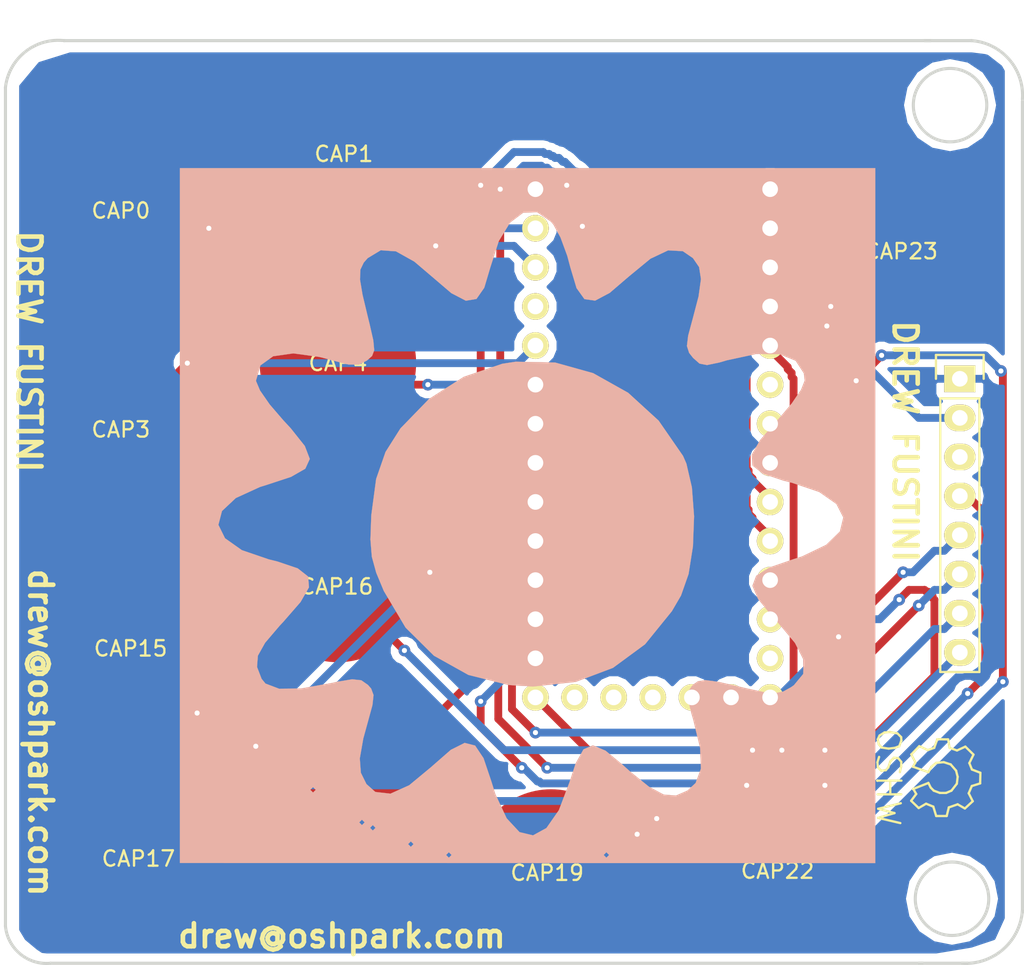
<source format=kicad_pcb>
(kicad_pcb (version 4) (host pcbnew 4.0.2-1.fc23-product)

  (general
    (links 18)
    (no_connects 1)
    (area 106.553 83.439 229.235 148.463)
    (thickness 1.6)
    (drawings 25)
    (tracks 245)
    (zones 0)
    (modules 15)
    (nets 35)
  )

  (page A4)
  (layers
    (0 F.Cu signal)
    (31 B.Cu signal)
    (32 B.Adhes user hide)
    (33 F.Adhes user hide)
    (34 B.Paste user hide)
    (35 F.Paste user hide)
    (36 B.SilkS user)
    (37 F.SilkS user)
    (38 B.Mask user)
    (39 F.Mask user)
    (40 Dwgs.User user hide)
    (41 Cmts.User user hide)
    (42 Eco1.User user)
    (43 Eco2.User user hide)
    (44 Edge.Cuts user)
    (45 Margin user hide)
    (46 B.CrtYd user hide)
    (47 F.CrtYd user hide)
    (48 B.Fab user hide)
    (49 F.Fab user hide)
  )

  (setup
    (last_trace_width 0.1524)
    (trace_clearance 0.1524)
    (zone_clearance 0.508)
    (zone_45_only no)
    (trace_min 0.1524)
    (segment_width 0.2)
    (edge_width 0.2)
    (via_size 0.6858)
    (via_drill 0.3302)
    (via_min_size 0.6858)
    (via_min_drill 0.3302)
    (uvia_size 0.3)
    (uvia_drill 0.1)
    (uvias_allowed no)
    (uvia_min_size 0)
    (uvia_min_drill 0)
    (pcb_text_width 0.3)
    (pcb_text_size 1.5 1.5)
    (mod_edge_width 0.15)
    (mod_text_size 1 1)
    (mod_text_width 0.15)
    (pad_size 1.524 1.524)
    (pad_drill 0.762)
    (pad_to_mask_clearance 0.2)
    (aux_axis_origin 0 0)
    (visible_elements FFFEFF7F)
    (pcbplotparams
      (layerselection 0x00030_80000001)
      (usegerberextensions false)
      (excludeedgelayer true)
      (linewidth 0.100000)
      (plotframeref false)
      (viasonmask false)
      (mode 1)
      (useauxorigin false)
      (hpglpennumber 1)
      (hpglpenspeed 20)
      (hpglpendiameter 15)
      (hpglpenoverlay 2)
      (psnegative false)
      (psa4output false)
      (plotreference true)
      (plotvalue true)
      (plotinvisibletext false)
      (padsonsilk false)
      (subtractmaskfromsilk false)
      (outputformat 1)
      (mirror false)
      (drillshape 1)
      (scaleselection 1)
      (outputdirectory ""))
  )

  (net 0 "")
  (net 1 "Net-(J1-Pad2)")
  (net 2 "Net-(J1-Pad5)")
  (net 3 "Net-(J1-Pad6)")
  (net 4 "Net-(J1-Pad7)")
  (net 5 "Net-(J1-Pad8)")
  (net 6 "Net-(J1-Pad17A)")
  (net 7 "Net-(J1-Pad3V1)")
  (net 8 "Net-(J1-PadG2)")
  (net 9 "Net-(J1-PadPGM)")
  (net 10 "Net-(J1-PadDAC)")
  (net 11 "Net-(J1-PadG3)")
  (net 12 "Net-(J1-PadVIN)")
  (net 13 "Net-(J1-Pad21)")
  (net 14 "Net-(J1-Pad20)")
  (net 15 "Net-(J1-Pad14)")
  (net 16 /CS)
  (net 17 /RST)
  (net 18 /GND)
  (net 19 /VIN)
  (net 20 /Data)
  (net 21 /CLK)
  (net 22 /DC)
  (net 23 "Net-(J2-Pad3)")
  (net 24 "Net-(CAP0-Pad1)")
  (net 25 "Net-(CAP1-Pad1)")
  (net 26 "Net-(CAP3-Pad1)")
  (net 27 "Net-(CAP4-Pad1)")
  (net 28 /CAP16)
  (net 29 /CAP18)
  (net 30 /CAP17)
  (net 31 /CAP22)
  (net 32 /CAP19)
  (net 33 /CAP23)
  (net 34 /CAP15)

  (net_class Default "This is the default net class."
    (clearance 0.1524)
    (trace_width 0.1524)
    (via_dia 0.6858)
    (via_drill 0.3302)
    (uvia_dia 0.3)
    (uvia_drill 0.1)
    (add_net /CAP15)
    (add_net /CAP16)
    (add_net /CAP17)
    (add_net /CAP18)
    (add_net /CAP19)
    (add_net /CAP22)
    (add_net /CAP23)
    (add_net /CLK)
    (add_net /CS)
    (add_net /DC)
    (add_net /Data)
    (add_net /GND)
    (add_net /RST)
    (add_net /VIN)
    (add_net "Net-(CAP0-Pad1)")
    (add_net "Net-(CAP1-Pad1)")
    (add_net "Net-(CAP3-Pad1)")
    (add_net "Net-(CAP4-Pad1)")
    (add_net "Net-(J1-Pad14)")
    (add_net "Net-(J1-Pad17A)")
    (add_net "Net-(J1-Pad2)")
    (add_net "Net-(J1-Pad20)")
    (add_net "Net-(J1-Pad21)")
    (add_net "Net-(J1-Pad3V1)")
    (add_net "Net-(J1-Pad5)")
    (add_net "Net-(J1-Pad6)")
    (add_net "Net-(J1-Pad7)")
    (add_net "Net-(J1-Pad8)")
    (add_net "Net-(J1-PadDAC)")
    (add_net "Net-(J1-PadG2)")
    (add_net "Net-(J1-PadG3)")
    (add_net "Net-(J1-PadPGM)")
    (add_net "Net-(J1-PadVIN)")
    (add_net "Net-(J2-Pad3)")
  )

  (module Wickerlib:TEENSY-LC (layer F.Cu) (tedit 578C46F8) (tstamp 5774F54A)
    (at 151.511 105.918)
    (path /573A858B)
    (fp_text reference J1 (at 2.8829 20.2184) (layer F.SilkS) hide
      (effects (font (size 1 1) (thickness 0.15)))
    )
    (fp_text value TEENSY-LC (at -2.54 20.32) (layer F.Fab)
      (effects (font (size 1 1) (thickness 0.15)))
    )
    (fp_text user "TEENSY LC" (at -3.5941 10.5664) (layer F.SilkS) hide
      (effects (font (size 1 1) (thickness 0.15)))
    )
    (fp_line (start -11.43 24.13) (end 6.35 24.13) (layer F.CrtYd) (width 0.1524))
    (fp_line (start -11.43 -11.43) (end -11.43 24.13) (layer F.CrtYd) (width 0.1524))
    (fp_line (start 6.35 -11.43) (end -11.43 -11.43) (layer F.CrtYd) (width 0.1524))
    (fp_line (start 6.35 24.13) (end 6.35 -11.43) (layer F.CrtYd) (width 0.1524))
    (pad G1 thru_hole circle (at -10.16 -10.16) (size 1.7272 1.7272) (drill 1.016) (layers *.Cu *.Mask F.SilkS)
      (net 18 /GND))
    (pad 0 thru_hole circle (at -10.16 -7.62) (size 1.7272 1.7272) (drill 1.016) (layers *.Cu *.Mask F.SilkS)
      (net 24 "Net-(CAP0-Pad1)"))
    (pad 1 thru_hole circle (at -10.16 -5.08) (size 1.7272 1.7272) (drill 1.016) (layers *.Cu *.Mask F.SilkS)
      (net 25 "Net-(CAP1-Pad1)"))
    (pad 2 thru_hole circle (at -10.16 -2.54) (size 1.7272 1.7272) (drill 1.016) (layers *.Cu *.Mask F.SilkS)
      (net 1 "Net-(J1-Pad2)"))
    (pad 3 thru_hole circle (at -10.16 0) (size 1.7272 1.7272) (drill 1.016) (layers *.Cu *.Mask F.SilkS)
      (net 26 "Net-(CAP3-Pad1)"))
    (pad 4 thru_hole circle (at -10.16 2.54) (size 1.7272 1.7272) (drill 1.016) (layers *.Cu *.Mask F.SilkS)
      (net 27 "Net-(CAP4-Pad1)"))
    (pad 5 thru_hole circle (at -10.16 5.08) (size 1.7272 1.7272) (drill 1.016) (layers *.Cu *.Mask F.SilkS)
      (net 2 "Net-(J1-Pad5)"))
    (pad 6 thru_hole circle (at -10.16 7.62) (size 1.7272 1.7272) (drill 1.016) (layers *.Cu *.Mask F.SilkS)
      (net 3 "Net-(J1-Pad6)"))
    (pad 7 thru_hole circle (at -10.16 10.16) (size 1.7272 1.7272) (drill 1.016) (layers *.Cu *.Mask F.SilkS)
      (net 4 "Net-(J1-Pad7)"))
    (pad 8 thru_hole circle (at -10.16 12.7) (size 1.7272 1.7272) (drill 1.016) (layers *.Cu *.Mask F.SilkS)
      (net 5 "Net-(J1-Pad8)"))
    (pad 9 thru_hole circle (at -10.16 15.24) (size 1.7272 1.7272) (drill 1.016) (layers *.Cu *.Mask F.SilkS)
      (net 20 /Data))
    (pad 10 thru_hole circle (at -10.16 17.78) (size 1.7272 1.7272) (drill 1.016) (layers *.Cu *.Mask F.SilkS)
      (net 21 /CLK))
    (pad 11 thru_hole circle (at -10.16 20.32) (size 1.7272 1.7272) (drill 1.016) (layers *.Cu *.Mask F.SilkS)
      (net 22 /DC))
    (pad 12 thru_hole circle (at -10.16 22.86) (size 1.7272 1.7272) (drill 1.016) (layers *.Cu *.Mask F.SilkS)
      (net 16 /CS))
    (pad 17A thru_hole circle (at -7.62 22.86) (size 1.7272 1.7272) (drill 1.016) (layers *.Cu *.Mask F.SilkS)
      (net 6 "Net-(J1-Pad17A)"))
    (pad 3V1 thru_hole circle (at -5.08 22.86) (size 1.7272 1.7272) (drill 1.016) (layers *.Cu *.Mask F.SilkS)
      (net 7 "Net-(J1-Pad3V1)"))
    (pad G2 thru_hole circle (at -2.54 22.86) (size 1.7272 1.7272) (drill 1.016) (layers *.Cu *.Mask F.SilkS)
      (net 8 "Net-(J1-PadG2)"))
    (pad PGM thru_hole circle (at 0 22.86) (size 1.7272 1.7272) (drill 1.016) (layers *.Cu *.Mask F.SilkS)
      (net 9 "Net-(J1-PadPGM)"))
    (pad DAC thru_hole circle (at 2.54 22.86) (size 1.7272 1.7272) (drill 1.016) (layers *.Cu *.Mask F.SilkS)
      (net 10 "Net-(J1-PadDAC)"))
    (pad 13 thru_hole circle (at 5.08 22.86) (size 1.7272 1.7272) (drill 1.016) (layers *.Cu *.Mask F.SilkS)
      (net 17 /RST))
    (pad 16 thru_hole circle (at 5.08 15.24) (size 1.7272 1.7272) (drill 1.016) (layers *.Cu *.Mask F.SilkS)
      (net 28 /CAP16))
    (pad 3V2 thru_hole circle (at 5.08 -5.08) (size 1.7272 1.7272) (drill 1.016) (layers *.Cu *.Mask F.SilkS)
      (net 19 /VIN))
    (pad 18 thru_hole circle (at 5.08 10.16) (size 1.7272 1.7272) (drill 1.016) (layers *.Cu *.Mask F.SilkS)
      (net 29 /CAP18))
    (pad 17 thru_hole circle (at 5.08 12.7) (size 1.7272 1.7272) (drill 1.016) (layers *.Cu *.Mask F.SilkS)
      (net 30 /CAP17))
    (pad G3 thru_hole circle (at 5.08 -7.62) (size 1.7272 1.7272) (drill 1.016) (layers *.Cu *.Mask F.SilkS)
      (net 11 "Net-(J1-PadG3)"))
    (pad 22 thru_hole circle (at 5.08 0) (size 1.7272 1.7272) (drill 1.016) (layers *.Cu *.Mask F.SilkS)
      (net 31 /CAP22))
    (pad VIN thru_hole circle (at 5.08 -10.16) (size 1.7272 1.7272) (drill 1.016) (layers *.Cu *.Mask F.SilkS)
      (net 12 "Net-(J1-PadVIN)"))
    (pad 21 thru_hole circle (at 5.08 2.54) (size 1.7272 1.7272) (drill 1.016) (layers *.Cu *.Mask F.SilkS)
      (net 13 "Net-(J1-Pad21)"))
    (pad 20 thru_hole circle (at 5.08 5.08) (size 1.7272 1.7272) (drill 1.016) (layers *.Cu *.Mask F.SilkS)
      (net 14 "Net-(J1-Pad20)"))
    (pad 19 thru_hole circle (at 5.08 7.62) (size 1.7272 1.7272) (drill 1.016) (layers *.Cu *.Mask F.SilkS)
      (net 32 /CAP19))
    (pad 23 thru_hole circle (at 5.08 -2.54) (size 1.7272 1.7272) (drill 1.016) (layers *.Cu *.Mask F.SilkS)
      (net 33 /CAP23))
    (pad 14 thru_hole circle (at 5.08 20.32) (size 1.7272 1.7272) (drill 1.016) (layers *.Cu *.Mask F.SilkS)
      (net 15 "Net-(J1-Pad14)"))
    (pad 15 thru_hole circle (at 5.08 17.78) (size 1.7272 1.7272) (drill 1.016) (layers *.Cu *.Mask F.SilkS)
      (net 34 /CAP15))
  )

  (module Wickerlib:Symbol_OSHW-Logo_SilkScreen (layer F.Cu) (tedit 5773C0FA) (tstamp 5775109D)
    (at 167.767 133.985 270)
    (descr "Symbol, OSHW-Logo, Silk Screen,")
    (tags "Symbol, OSHW-Logo, Silk Screen,")
    (fp_text reference REF** (at 0.09906 -4.38912 270) (layer F.SilkS) hide
      (effects (font (size 1 1) (thickness 0.15)))
    )
    (fp_text value Symbol_OSHW-Logo_SilkScreen (at 0.30988 6.56082 270) (layer F.Fab) hide
      (effects (font (size 1 1) (thickness 0.15)))
    )
    (fp_line (start 1.66878 2.68986) (end 2.02946 4.16052) (layer F.SilkS) (width 0.15))
    (fp_line (start 2.02946 4.16052) (end 2.30886 3.0988) (layer F.SilkS) (width 0.15))
    (fp_line (start 2.30886 3.0988) (end 2.61874 4.17068) (layer F.SilkS) (width 0.15))
    (fp_line (start 2.61874 4.17068) (end 2.9591 2.72034) (layer F.SilkS) (width 0.15))
    (fp_line (start 0.24892 3.38074) (end 1.03886 3.37058) (layer F.SilkS) (width 0.15))
    (fp_line (start 1.03886 3.37058) (end 1.04902 3.38074) (layer F.SilkS) (width 0.15))
    (fp_line (start 1.04902 3.38074) (end 1.04902 3.37058) (layer F.SilkS) (width 0.15))
    (fp_line (start 1.08966 2.65938) (end 1.08966 4.20116) (layer F.SilkS) (width 0.15))
    (fp_line (start 0.20066 2.64922) (end 0.20066 4.21894) (layer F.SilkS) (width 0.15))
    (fp_line (start 0.20066 4.21894) (end 0.21082 4.20878) (layer F.SilkS) (width 0.15))
    (fp_line (start -0.35052 2.75082) (end -0.70104 2.66954) (layer F.SilkS) (width 0.15))
    (fp_line (start -0.70104 2.66954) (end -1.02108 2.65938) (layer F.SilkS) (width 0.15))
    (fp_line (start -1.02108 2.65938) (end -1.25984 2.86004) (layer F.SilkS) (width 0.15))
    (fp_line (start -1.25984 2.86004) (end -1.29032 3.12928) (layer F.SilkS) (width 0.15))
    (fp_line (start -1.29032 3.12928) (end -1.04902 3.37058) (layer F.SilkS) (width 0.15))
    (fp_line (start -1.04902 3.37058) (end -0.6604 3.50012) (layer F.SilkS) (width 0.15))
    (fp_line (start -0.6604 3.50012) (end -0.48006 3.66014) (layer F.SilkS) (width 0.15))
    (fp_line (start -0.48006 3.66014) (end -0.43942 3.95986) (layer F.SilkS) (width 0.15))
    (fp_line (start -0.43942 3.95986) (end -0.67056 4.18084) (layer F.SilkS) (width 0.15))
    (fp_line (start -0.67056 4.18084) (end -0.9906 4.20878) (layer F.SilkS) (width 0.15))
    (fp_line (start -0.9906 4.20878) (end -1.34112 4.09956) (layer F.SilkS) (width 0.15))
    (fp_line (start -2.37998 2.64922) (end -2.6289 2.66954) (layer F.SilkS) (width 0.15))
    (fp_line (start -2.6289 2.66954) (end -2.8702 2.91084) (layer F.SilkS) (width 0.15))
    (fp_line (start -2.8702 2.91084) (end -2.9591 3.40106) (layer F.SilkS) (width 0.15))
    (fp_line (start -2.9591 3.40106) (end -2.93116 3.74904) (layer F.SilkS) (width 0.15))
    (fp_line (start -2.93116 3.74904) (end -2.7305 4.06908) (layer F.SilkS) (width 0.15))
    (fp_line (start -2.7305 4.06908) (end -2.47904 4.191) (layer F.SilkS) (width 0.15))
    (fp_line (start -2.47904 4.191) (end -2.16916 4.11988) (layer F.SilkS) (width 0.15))
    (fp_line (start -2.16916 4.11988) (end -1.95072 3.93954) (layer F.SilkS) (width 0.15))
    (fp_line (start -1.95072 3.93954) (end -1.8796 3.4798) (layer F.SilkS) (width 0.15))
    (fp_line (start -1.8796 3.4798) (end -1.9304 3.07086) (layer F.SilkS) (width 0.15))
    (fp_line (start -1.9304 3.07086) (end -2.03962 2.78892) (layer F.SilkS) (width 0.15))
    (fp_line (start -2.03962 2.78892) (end -2.4003 2.65938) (layer F.SilkS) (width 0.15))
    (fp_line (start -1.78054 0.92964) (end -2.03962 1.49098) (layer F.SilkS) (width 0.15))
    (fp_line (start -2.03962 1.49098) (end -1.50114 2.00914) (layer F.SilkS) (width 0.15))
    (fp_line (start -1.50114 2.00914) (end -0.98044 1.7399) (layer F.SilkS) (width 0.15))
    (fp_line (start -0.98044 1.7399) (end -0.70104 1.89992) (layer F.SilkS) (width 0.15))
    (fp_line (start 0.73914 1.8796) (end 1.06934 1.6891) (layer F.SilkS) (width 0.15))
    (fp_line (start 1.06934 1.6891) (end 1.50876 2.0193) (layer F.SilkS) (width 0.15))
    (fp_line (start 1.50876 2.0193) (end 1.9812 1.52908) (layer F.SilkS) (width 0.15))
    (fp_line (start 1.9812 1.52908) (end 1.69926 1.04902) (layer F.SilkS) (width 0.15))
    (fp_line (start 1.69926 1.04902) (end 1.88976 0.57912) (layer F.SilkS) (width 0.15))
    (fp_line (start 1.88976 0.57912) (end 2.49936 0.39116) (layer F.SilkS) (width 0.15))
    (fp_line (start 2.49936 0.39116) (end 2.49936 -0.28956) (layer F.SilkS) (width 0.15))
    (fp_line (start 2.49936 -0.28956) (end 1.94056 -0.42926) (layer F.SilkS) (width 0.15))
    (fp_line (start 1.94056 -0.42926) (end 1.7399 -1.00076) (layer F.SilkS) (width 0.15))
    (fp_line (start 1.7399 -1.00076) (end 2.00914 -1.47066) (layer F.SilkS) (width 0.15))
    (fp_line (start 2.00914 -1.47066) (end 1.53924 -1.9812) (layer F.SilkS) (width 0.15))
    (fp_line (start 1.53924 -1.9812) (end 1.02108 -1.71958) (layer F.SilkS) (width 0.15))
    (fp_line (start 1.02108 -1.71958) (end 0.55118 -1.92024) (layer F.SilkS) (width 0.15))
    (fp_line (start 0.55118 -1.92024) (end 0.381 -2.46126) (layer F.SilkS) (width 0.15))
    (fp_line (start 0.381 -2.46126) (end -0.30988 -2.47904) (layer F.SilkS) (width 0.15))
    (fp_line (start -0.30988 -2.47904) (end -0.5207 -1.9304) (layer F.SilkS) (width 0.15))
    (fp_line (start -0.5207 -1.9304) (end -0.9398 -1.76022) (layer F.SilkS) (width 0.15))
    (fp_line (start -0.9398 -1.76022) (end -1.49098 -2.02946) (layer F.SilkS) (width 0.15))
    (fp_line (start -1.49098 -2.02946) (end -2.00914 -1.50114) (layer F.SilkS) (width 0.15))
    (fp_line (start -2.00914 -1.50114) (end -1.76022 -0.96012) (layer F.SilkS) (width 0.15))
    (fp_line (start -1.76022 -0.96012) (end -1.9304 -0.48006) (layer F.SilkS) (width 0.15))
    (fp_line (start -1.9304 -0.48006) (end -2.47904 -0.381) (layer F.SilkS) (width 0.15))
    (fp_line (start -2.47904 -0.381) (end -2.4892 0.32004) (layer F.SilkS) (width 0.15))
    (fp_line (start -2.4892 0.32004) (end -1.9304 0.5207) (layer F.SilkS) (width 0.15))
    (fp_line (start -1.9304 0.5207) (end -1.7907 0.91948) (layer F.SilkS) (width 0.15))
    (fp_line (start 0.35052 0.89916) (end 0.65024 0.7493) (layer F.SilkS) (width 0.15))
    (fp_line (start 0.65024 0.7493) (end 0.8509 0.55118) (layer F.SilkS) (width 0.15))
    (fp_line (start 0.8509 0.55118) (end 1.00076 0.14986) (layer F.SilkS) (width 0.15))
    (fp_line (start 1.00076 0.14986) (end 1.00076 -0.24892) (layer F.SilkS) (width 0.15))
    (fp_line (start 1.00076 -0.24892) (end 0.8509 -0.59944) (layer F.SilkS) (width 0.15))
    (fp_line (start 0.8509 -0.59944) (end 0.39878 -0.94996) (layer F.SilkS) (width 0.15))
    (fp_line (start 0.39878 -0.94996) (end -0.0508 -1.00076) (layer F.SilkS) (width 0.15))
    (fp_line (start -0.0508 -1.00076) (end -0.44958 -0.89916) (layer F.SilkS) (width 0.15))
    (fp_line (start -0.44958 -0.89916) (end -0.8509 -0.55118) (layer F.SilkS) (width 0.15))
    (fp_line (start -0.8509 -0.55118) (end -1.00076 -0.09906) (layer F.SilkS) (width 0.15))
    (fp_line (start -1.00076 -0.09906) (end -0.94996 0.39878) (layer F.SilkS) (width 0.15))
    (fp_line (start -0.94996 0.39878) (end -0.70104 0.70104) (layer F.SilkS) (width 0.15))
    (fp_line (start -0.70104 0.70104) (end -0.35052 0.89916) (layer F.SilkS) (width 0.15))
    (fp_line (start -0.35052 0.89916) (end -0.70104 1.89992) (layer F.SilkS) (width 0.15))
    (fp_line (start 0.35052 0.89916) (end 0.7493 1.89992) (layer F.SilkS) (width 0.15))
  )

  (module Wickerlib:Pin_Header_Straight_1x08 (layer F.Cu) (tedit 5773C005) (tstamp 5774F561)
    (at 168.91 108.077)
    (descr "Through hole pin header")
    (tags "pin header")
    (path /573AD5FE)
    (fp_text reference J2 (at 0 -5.1) (layer F.SilkS) hide
      (effects (font (size 1 1) (thickness 0.15)))
    )
    (fp_text value OLED_128x64 (at 0 -3.1) (layer F.Fab) hide
      (effects (font (size 1 1) (thickness 0.15)))
    )
    (fp_line (start -1.75 -1.75) (end -1.75 19.55) (layer F.CrtYd) (width 0.05))
    (fp_line (start 1.75 -1.75) (end 1.75 19.55) (layer F.CrtYd) (width 0.05))
    (fp_line (start -1.75 -1.75) (end 1.75 -1.75) (layer F.CrtYd) (width 0.05))
    (fp_line (start -1.75 19.55) (end 1.75 19.55) (layer F.CrtYd) (width 0.05))
    (fp_line (start 1.27 1.27) (end 1.27 19.05) (layer F.SilkS) (width 0.15))
    (fp_line (start 1.27 19.05) (end -1.27 19.05) (layer F.SilkS) (width 0.15))
    (fp_line (start -1.27 19.05) (end -1.27 1.27) (layer F.SilkS) (width 0.15))
    (fp_line (start 1.55 -1.55) (end 1.55 0) (layer F.SilkS) (width 0.15))
    (fp_line (start 1.27 1.27) (end -1.27 1.27) (layer F.SilkS) (width 0.15))
    (fp_line (start -1.55 0) (end -1.55 -1.55) (layer F.SilkS) (width 0.15))
    (fp_line (start -1.55 -1.55) (end 1.55 -1.55) (layer F.SilkS) (width 0.15))
    (pad 1 thru_hole rect (at 0 0) (size 2.032 1.7272) (drill 1.016) (layers *.Cu *.Mask F.SilkS)
      (net 18 /GND))
    (pad 2 thru_hole oval (at 0 2.54) (size 2.032 1.7272) (drill 1.016) (layers *.Cu *.Mask F.SilkS)
      (net 19 /VIN))
    (pad 3 thru_hole oval (at 0 5.08) (size 2.032 1.7272) (drill 1.016) (layers *.Cu *.Mask F.SilkS)
      (net 23 "Net-(J2-Pad3)"))
    (pad 4 thru_hole oval (at 0 7.62) (size 2.032 1.7272) (drill 1.016) (layers *.Cu *.Mask F.SilkS)
      (net 16 /CS))
    (pad 5 thru_hole oval (at 0 10.16) (size 2.032 1.7272) (drill 1.016) (layers *.Cu *.Mask F.SilkS)
      (net 17 /RST))
    (pad 6 thru_hole oval (at 0 12.7) (size 2.032 1.7272) (drill 1.016) (layers *.Cu *.Mask F.SilkS)
      (net 22 /DC))
    (pad 7 thru_hole oval (at 0 15.24) (size 2.032 1.7272) (drill 1.016) (layers *.Cu *.Mask F.SilkS)
      (net 21 /CLK))
    (pad 8 thru_hole oval (at 0 17.78) (size 2.032 1.7272) (drill 1.016) (layers *.Cu *.Mask F.SilkS)
      (net 20 /Data))
    (model Pin_Headers.3dshapes/Pin_Header_Straight_1x08.wrl
      (at (xyz 0 -0.35 0))
      (scale (xyz 1 1 1))
      (rotate (xyz 0 0 90))
    )
  )

  (module Wickerlib:CAPSENSE_CIRCLE_D10 (layer F.Cu) (tedit 578C810C) (tstamp 578C780D)
    (at 114.3 97.155)
    (path /578C77CB)
    (fp_text reference CAP0 (at 0.127 0) (layer F.SilkS)
      (effects (font (size 1 1) (thickness 0.15)))
    )
    (fp_text value CAPSENSE_CIRCLE (at 0.025 7.325) (layer F.Fab)
      (effects (font (size 1 1) (thickness 0.15)))
    )
    (pad 1 smd circle (at 0 0) (size 10.16 10.16) (layers F.Cu)
      (net 24 "Net-(CAP0-Pad1)") (clearance 0.508))
  )

  (module Wickerlib:CAPSENSE_CIRCLE_D10 (layer F.Cu) (tedit 578C8085) (tstamp 578C7812)
    (at 128.905 93.472 90)
    (path /578C972A)
    (fp_text reference CAP1 (at 0 0 360) (layer F.SilkS)
      (effects (font (size 1 1) (thickness 0.15)))
    )
    (fp_text value CAPSENSE_CIRCLE (at 0.025 7.325 90) (layer F.Fab)
      (effects (font (size 1 1) (thickness 0.15)))
    )
    (pad 1 smd circle (at 0 0 90) (size 10.16 10.16) (layers F.Cu)
      (net 25 "Net-(CAP1-Pad1)") (clearance 0.508))
  )

  (module Wickerlib:CAPSENSE_CIRCLE_D10 (layer F.Cu) (tedit 578C8037) (tstamp 578C7817)
    (at 114.427 111.379)
    (path /578C97B4)
    (fp_text reference CAP3 (at 0 0) (layer F.SilkS)
      (effects (font (size 1 1) (thickness 0.15)))
    )
    (fp_text value CAPSENSE_CIRCLE (at 0.025 7.325) (layer F.Fab)
      (effects (font (size 1 1) (thickness 0.15)))
    )
    (pad 1 smd circle (at 0 0) (size 10.16 10.16) (layers F.Cu)
      (net 26 "Net-(CAP3-Pad1)") (clearance 0.508))
  )

  (module Wickerlib:CAPSENSE_CIRCLE_D10 (layer F.Cu) (tedit 578C803D) (tstamp 578C781C)
    (at 128.524 107.061)
    (path /578C9854)
    (fp_text reference CAP4 (at 0 0) (layer F.SilkS)
      (effects (font (size 1 1) (thickness 0.15)))
    )
    (fp_text value CAPSENSE_CIRCLE (at 0.025 7.325) (layer F.Fab)
      (effects (font (size 1 1) (thickness 0.15)))
    )
    (pad 1 smd circle (at 0 0) (size 10.16 10.16) (layers F.Cu)
      (net 27 "Net-(CAP4-Pad1)") (clearance 0.508))
  )

  (module Wickerlib:CAPSENSE_CIRCLE_D10 (layer F.Cu) (tedit 578C80DE) (tstamp 578C7821)
    (at 115.062 125.476)
    (path /578C73B1)
    (fp_text reference CAP15 (at 0 0.127) (layer F.SilkS)
      (effects (font (size 1 1) (thickness 0.15)))
    )
    (fp_text value CAPSENSE_CIRCLE (at 0.025 7.325) (layer F.Fab)
      (effects (font (size 1 1) (thickness 0.15)))
    )
    (pad 1 smd circle (at 0 0) (size 10.16 10.16) (layers F.Cu)
      (net 34 /CAP15) (clearance 0.508))
  )

  (module Wickerlib:CAPSENSE_CIRCLE_D10 (layer F.Cu) (tedit 578C80DA) (tstamp 578C7826)
    (at 128.524 121.412)
    (path /578C75FB)
    (fp_text reference CAP16 (at -0.0889 0.1651) (layer F.SilkS)
      (effects (font (size 1 1) (thickness 0.15)))
    )
    (fp_text value CAPSENSE_CIRCLE (at 0.025 7.325) (layer F.Fab)
      (effects (font (size 1 1) (thickness 0.15)))
    )
    (pad 1 smd circle (at 0 0) (size 10.16 10.16) (layers F.Cu)
      (net 28 /CAP16) (clearance 0.508))
  )

  (module Wickerlib:CAPSENSE_CIRCLE_D10 (layer F.Cu) (tedit 578C8103) (tstamp 578C782B)
    (at 115.57 139.573)
    (path /578C750B)
    (fp_text reference CAP17 (at 0 -0.3175) (layer F.SilkS)
      (effects (font (size 1 1) (thickness 0.15)))
    )
    (fp_text value CAPSENSE_CIRCLE (at 0.025 7.325) (layer F.Fab)
      (effects (font (size 1 1) (thickness 0.15)))
    )
    (pad 1 smd circle (at 0 0) (size 10.16 10.16) (layers F.Cu)
      (net 30 /CAP17) (clearance 0.508))
  )

  (module Wickerlib:CAPSENSE_CIRCLE_D10 (layer F.Cu) (tedit 578C8106) (tstamp 578C7830)
    (at 128.778 136.144)
    (path /578C744A)
    (fp_text reference CAP18 (at 0 -0.3175) (layer F.SilkS)
      (effects (font (size 1 1) (thickness 0.15)))
    )
    (fp_text value CAPSENSE_CIRCLE (at 0.025 7.325) (layer F.Fab)
      (effects (font (size 1 1) (thickness 0.15)))
    )
    (pad 1 smd circle (at 0 0) (size 10.16 10.16) (layers F.Cu)
      (net 29 /CAP18) (clearance 0.508))
  )

  (module Wickerlib:CAPSENSE_CIRCLE_D10 (layer F.Cu) (tedit 578C8067) (tstamp 578C7835)
    (at 142.367 139.827)
    (path /578C755C)
    (fp_text reference CAP19 (at -0.254 0.3556) (layer F.SilkS)
      (effects (font (size 1 1) (thickness 0.15)))
    )
    (fp_text value CAPSENSE_CIRCLE (at 0.025 7.325) (layer F.Fab)
      (effects (font (size 1 1) (thickness 0.15)))
    )
    (pad 1 smd circle (at 0 0) (size 10.16 10.16) (layers F.Cu)
      (net 32 /CAP19) (clearance 0.508))
  )

  (module Wickerlib:CAPSENSE_CIRCLE_D10 (layer F.Cu) (tedit 578C80E4) (tstamp 578C783A)
    (at 157.48 139.954)
    (path /578C7721)
    (fp_text reference CAP22 (at -0.4064 0.0889) (layer F.SilkS)
      (effects (font (size 1 1) (thickness 0.15)))
    )
    (fp_text value CAPSENSE_CIRCLE (at 0.025 7.325) (layer F.Fab)
      (effects (font (size 1 1) (thickness 0.15)))
    )
    (pad 1 smd circle (at 0 0) (size 10.16 10.16) (layers F.Cu)
      (net 31 /CAP22) (clearance 0.508))
  )

  (module Wickerlib:CAPSENSE_CIRCLE_D10 (layer F.Cu) (tedit 578C80D3) (tstamp 578C783F)
    (at 165.227 99.695)
    (path /578C7694)
    (fp_text reference CAP23 (at -0.127 0.1016) (layer F.SilkS)
      (effects (font (size 1 1) (thickness 0.15)))
    )
    (fp_text value CAPSENSE_CIRCLE (at 0.025 7.325) (layer F.Fab)
      (effects (font (size 1 1) (thickness 0.15)))
    )
    (pad 1 smd circle (at 0 0) (size 10.16 10.16) (layers F.Cu)
      (net 33 /CAP23) (clearance 0.508))
  )

  (module teensy-big-oled:oshpark-silk-dpi72 (layer B.Cu) (tedit 0) (tstamp 578C9A4B)
    (at 140.843 116.967)
    (fp_text reference G*** (at 0 0) (layer B.SilkS) hide
      (effects (font (thickness 0.3)) (justify mirror))
    )
    (fp_text value LOGO (at 0.75 0) (layer B.SilkS) hide
      (effects (font (thickness 0.3)) (justify mirror))
    )
    (fp_poly (pts (xy 22.577778 -22.577778) (xy -22.577777 -22.577778) (xy -22.577777 0.598375) (xy -20.080481 0.598375)
      (xy -19.847461 -0.297463) (xy -18.948297 -1.142289) (xy -17.380619 -1.86116) (xy -16.959434 -1.991062)
      (xy -15.366423 -2.515566) (xy -14.436912 -3.046734) (xy -14.145522 -3.683216) (xy -14.466878 -4.523659)
      (xy -15.375601 -5.666714) (xy -15.875 -6.206602) (xy -16.746597 -7.220421) (xy -17.377046 -8.129647)
      (xy -17.637798 -8.747239) (xy -17.638889 -8.773129) (xy -17.350447 -9.760368) (xy -16.522986 -10.354611)
      (xy -15.213303 -10.540763) (xy -13.478196 -10.303732) (xy -12.685488 -10.089397) (xy -11.627082 -9.816821)
      (xy -10.9634 -9.812676) (xy -10.437204 -10.075667) (xy -10.433931 -10.078058) (xy -10.098511 -10.37414)
      (xy -9.961986 -10.747563) (xy -10.019424 -11.383652) (xy -10.265889 -12.46773) (xy -10.360248 -12.845538)
      (xy -10.71961 -14.350658) (xy -10.885548 -15.341966) (xy -10.858972 -15.983915) (xy -10.640792 -16.440956)
      (xy -10.381746 -16.731746) (xy -9.537505 -17.240944) (xy -8.549456 -17.170328) (xy -7.355211 -16.501977)
      (xy -6.222238 -15.537011) (xy -4.953679 -14.453174) (xy -4.011123 -13.962686) (xy -3.321994 -14.076709)
      (xy -2.813712 -14.806405) (xy -2.422957 -16.121317) (xy -1.871478 -17.839317) (xy -1.138071 -19.039643)
      (xy -0.286852 -19.678711) (xy 0.618067 -19.712937) (xy 1.512573 -19.098739) (xy 1.674705 -18.906864)
      (xy 2.132726 -18.076073) (xy 2.573294 -16.880379) (xy 2.775736 -16.121317) (xy 3.177569 -14.780584)
      (xy 3.689486 -14.066407) (xy 4.384063 -13.967624) (xy 5.33388 -14.473074) (xy 6.575016 -15.537011)
      (xy 7.976766 -16.691325) (xy 9.122927 -17.233717) (xy 10.075884 -17.182108) (xy 10.734524 -16.731746)
      (xy 11.134825 -16.147568) (xy 11.256664 -15.369121) (xy 11.099757 -14.239226) (xy 10.727483 -12.817698)
      (xy 10.424963 -11.695207) (xy 10.344411 -11.020705) (xy 10.487417 -10.571927) (xy 10.745898 -10.245832)
      (xy 11.163851 -9.876101) (xy 11.651733 -9.782902) (xy 12.455049 -9.949357) (xy 12.950872 -10.094235)
      (xy 14.853512 -10.503536) (xy 16.357694 -10.488297) (xy 17.404815 -10.063875) (xy 17.936272 -9.245631)
      (xy 17.991667 -8.773129) (xy 17.759741 -8.181279) (xy 17.149663 -7.28549) (xy 16.28998 -6.272805)
      (xy 16.227778 -6.206602) (xy 15.098098 -4.909557) (xy 14.550835 -3.952862) (xy 14.605428 -3.251587)
      (xy 15.281313 -2.720803) (xy 16.597929 -2.275581) (xy 17.159194 -2.136969) (xy 18.937053 -1.532483)
      (xy 20.051026 -0.755189) (xy 20.499048 0.123174) (xy 20.279051 1.030868) (xy 19.388971 1.896155)
      (xy 17.826742 2.647295) (xy 17.301875 2.817527) (xy 15.736706 3.357338) (xy 14.844044 3.905264)
      (xy 14.596797 4.560922) (xy 14.967873 5.423927) (xy 15.930182 6.593893) (xy 16.19712 6.879741)
      (xy 17.363951 8.276699) (xy 17.926435 9.392062) (xy 17.897491 10.285989) (xy 17.290036 11.018636)
      (xy 17.112579 11.143068) (xy 16.600339 11.429332) (xy 16.072091 11.537251) (xy 15.32499 11.464588)
      (xy 14.156188 11.209109) (xy 13.730996 11.1058) (xy 12.396303 10.800864) (xy 11.564274 10.687668)
      (xy 11.060403 10.75984) (xy 10.72501 10.996021) (xy 10.450929 11.390385) (xy 10.419019 11.932354)
      (xy 10.631871 12.843155) (xy 10.751386 13.246283) (xy 11.200584 15.088133) (xy 11.256226 16.431844)
      (xy 10.911134 17.369634) (xy 10.392494 17.857187) (xy 9.634433 18.187099) (xy 8.839014 18.12303)
      (xy 7.884759 17.617249) (xy 6.65019 16.622025) (xy 6.191356 16.20647) (xy 5.061925 15.273344)
      (xy 4.240727 14.922998) (xy 3.627166 15.186857) (xy 3.120646 16.096345) (xy 2.731384 17.287285)
      (xy 2.030278 19.136185) (xy 1.21975 20.298347) (xy 0.35072 20.774127) (xy -0.525891 20.563882)
      (xy -1.359165 19.667968) (xy -2.09818 18.086743) (xy -2.358996 17.251642) (xy -2.861442 15.761254)
      (xy -3.40863 14.939764) (xy -4.088346 14.765728) (xy -4.988377 15.217701) (xy -6.196508 16.274241)
      (xy -6.229356 16.306205) (xy -7.690417 17.517242) (xy -8.910387 18.066269) (xy -9.890969 17.953738)
      (xy -10.467627 17.439171) (xy -10.828684 16.705852) (xy -10.897691 15.777017) (xy -10.670929 14.483997)
      (xy -10.379098 13.421836) (xy -10.077167 12.315929) (xy -10.004126 11.660407) (xy -10.158882 11.238631)
      (xy -10.366906 11.001348) (xy -10.799854 10.697515) (xy -11.394299 10.633478) (xy -12.377273 10.796797)
      (xy -12.714721 10.872708) (xy -14.717204 11.23245) (xy -16.140364 11.246384) (xy -17.021085 10.912357)
      (xy -17.273699 10.606525) (xy -17.571896 9.831253) (xy -17.516434 9.102707) (xy -17.048133 8.264577)
      (xy -16.107814 7.160554) (xy -15.875 6.912157) (xy -14.745319 5.615112) (xy -14.198057 4.658417)
      (xy -14.252649 3.957142) (xy -14.928535 3.426358) (xy -16.245151 2.981136) (xy -16.806415 2.842524)
      (xy -18.557586 2.243312) (xy -19.649732 1.470281) (xy -20.080481 0.598375) (xy -22.577777 0.598375)
      (xy -22.577777 17.815277) (xy -14.111111 17.815277) (xy -13.934722 17.638889) (xy -13.758333 17.815277)
      (xy -13.934722 17.991666) (xy -14.111111 17.815277) (xy -22.577777 17.815277) (xy -22.577777 19.931944)
      (xy -10.936111 19.931944) (xy -10.759722 19.755555) (xy -10.583333 19.931944) (xy -10.759722 20.108333)
      (xy -10.936111 19.931944) (xy -22.577777 19.931944) (xy -22.577777 20.284722) (xy -10.230555 20.284722)
      (xy -10.054166 20.108333) (xy -9.877777 20.284722) (xy -10.054166 20.461111) (xy -10.230555 20.284722)
      (xy -22.577777 20.284722) (xy -22.577777 21.343055) (xy -7.761111 21.343055) (xy -7.584722 21.166666)
      (xy -7.408333 21.343055) (xy -7.584722 21.519444) (xy -7.761111 21.343055) (xy -22.577777 21.343055)
      (xy -22.577777 22.048611) (xy -5.291666 22.048611) (xy -5.115277 21.872222) (xy -4.938889 22.048611)
      (xy 4.938889 22.048611) (xy 5.115278 21.872222) (xy 5.291667 22.048611) (xy 5.115278 22.225)
      (xy 4.938889 22.048611) (xy -4.938889 22.048611) (xy -5.115277 22.225) (xy -5.291666 22.048611)
      (xy -22.577777 22.048611) (xy -22.577777 22.570038) (xy 0 22.572397) (xy 22.577778 22.574756)
      (xy 22.577778 -22.577778)) (layer B.SilkS) (width 0.01))
    (fp_poly (pts (xy 3.120638 10.805943) (xy 5.5445 9.891111) (xy 7.626393 8.359458) (xy 9.368349 6.209733)
      (xy 9.961277 5.193663) (xy 10.452486 3.797604) (xy 10.73653 1.99982) (xy 10.809901 0.042513)
      (xy 10.669092 -1.832113) (xy 10.310595 -3.381855) (xy 10.092684 -3.880556) (xy 8.507283 -6.173722)
      (xy 6.527353 -7.983222) (xy 4.252772 -9.258107) (xy 1.783418 -9.947428) (xy -0.780832 -10.000235)
      (xy -1.642623 -9.86694) (xy -4.147604 -9.0189) (xy -6.401267 -7.582844) (xy -8.258726 -5.668236)
      (xy -9.228277 -4.13577) (xy -9.83757 -2.38233) (xy -10.149896 -0.045338) (xy -10.155019 0.037777)
      (xy -10.208487 1.547642) (xy -10.118079 2.668986) (xy -9.83164 3.712857) (xy -9.340975 4.892634)
      (xy -7.926361 7.275909) (xy -6.085615 9.101432) (xy -3.847564 10.350727) (xy -1.241037 11.005318)
      (xy 0.352778 11.105202) (xy 3.120638 10.805943)) (layer B.SilkS) (width 0.01))
  )

  (gr_text "DREW FUSTINI" (at 151.511 88.646) (layer F.Mask)
    (effects (font (size 1.5 1.5) (thickness 0.3)))
  )
  (gr_text "drew@oshpark.com\n" (at 150.876 91.186) (layer B.Mask) (tstamp 578C9CE4)
    (effects (font (size 1.5 1.5) (thickness 0.3)) (justify mirror))
  )
  (gr_text "drew@oshpark.com\n" (at 151.765 91.186) (layer F.Mask)
    (effects (font (size 1.5 1.5) (thickness 0.3)))
  )
  (gr_text "DREW FUSTINI" (at 108.458 106.299 270) (layer F.SilkS)
    (effects (font (size 1.5 1.5) (thickness 0.3)))
  )
  (gr_text "DREW FUSTINI" (at 165.354 112.141 270) (layer F.SilkS)
    (effects (font (size 1.5 1.5) (thickness 0.3)))
  )
  (gr_text "drew@oshpark.com\n" (at 162.306 119.253 270) (layer F.SilkS)
    (effects (font (size 1.5 1.5) (thickness 0.3)))
  )
  (gr_circle (center 168.402 141.859) (end 167.386 139.7) (layer Edge.Cuts) (width 0.2) (tstamp 578C8E2E))
  (gr_circle (center 168.275 90.297) (end 167.259 88.138) (layer Edge.Cuts) (width 0.2))
  (gr_line (start 166.624 86.106) (end 169.672 86.106) (angle 90) (layer Edge.Cuts) (width 0.2))
  (gr_line (start 166.243 146.05) (end 169.418 146.05) (angle 90) (layer Edge.Cuts) (width 0.2))
  (gr_line (start 106.934 143.637) (end 106.934 89.154) (angle 90) (layer Edge.Cuts) (width 0.2))
  (gr_line (start 166.497 146.05) (end 109.855 146.05) (angle 90) (layer Edge.Cuts) (width 0.2))
  (gr_line (start 172.974 90.043) (end 172.974 142.748) (angle 90) (layer Edge.Cuts) (width 0.2))
  (gr_line (start 110.744 86.106) (end 167.005 86.106) (angle 90) (layer Edge.Cuts) (width 0.2))
  (gr_arc (start 109.601 143.383) (end 109.855 146.05) (angle 90) (layer Edge.Cuts) (width 0.2))
  (gr_arc (start 169.291 142.367) (end 172.974 142.621) (angle 90) (layer Edge.Cuts) (width 0.2))
  (gr_arc (start 169.418 89.662) (end 169.672 86.106) (angle 90) (layer Edge.Cuts) (width 0.2))
  (gr_arc (start 110.363 89.535) (end 106.934 89.154) (angle 90) (layer Edge.Cuts) (width 0.2))
  (gr_line (start 170.307 86.106) (end 106.68 86.106) (angle 90) (layer Eco1.User) (width 0.2))
  (gr_line (start 106.934 146.05) (end 106.934 83.566) (angle 90) (layer Eco1.User) (width 0.2))
  (gr_line (start 170.307 146.05) (end 106.934 146.05) (angle 90) (layer Eco1.User) (width 0.2))
  (gr_line (start 170.307 83.566) (end 170.307 146.05) (angle 90) (layer Eco1.User) (width 0.2))
  (gr_text "drew@oshpark.com\n" (at 128.778 144.272) (layer F.SilkS)
    (effects (font (size 1.5 1.5) (thickness 0.3)))
  )
  (gr_text "drew@oshpark.com\n" (at 109.22 131.064 270) (layer F.SilkS)
    (effects (font (size 1.5 1.5) (thickness 0.3)))
  )
  (gr_text "DREW FUSTINI" (at 151.511 88.646) (layer B.Mask)
    (effects (font (size 1.5 1.5) (thickness 0.3)) (justify mirror))
  )

  (segment (start 168.91 115.697) (end 169.418 115.697) (width 0.508) (layer F.Cu) (net 16) (status 80000))
  (segment (start 169.418 115.697) (end 170.434 116.713) (width 0.508) (layer F.Cu) (net 16) (status 80000))
  (segment (start 170.434 116.713) (end 170.561 116.713) (width 0.508) (layer F.Cu) (net 16) (status 80000))
  (segment (start 170.561 116.713) (end 170.561 127.381) (width 0.508) (layer F.Cu) (net 16) (status 80000))
  (segment (start 170.561 127.381) (end 169.418 128.524) (width 0.508) (layer F.Cu) (net 16) (status 80000))
  (via (at 169.418 128.524) (size 0.762) (layers F.Cu B.Cu) (net 16) (status 80000))
  (segment (start 169.418 128.524) (end 161.29 136.652) (width 0.508) (layer B.Cu) (net 16) (status 80000))
  (segment (start 161.29 136.652) (end 149.225 136.652) (width 0.508) (layer B.Cu) (net 16) (status 80000))
  (via (at 149.225 136.652) (size 0.762) (layers F.Cu B.Cu) (net 16) (status 80000))
  (segment (start 149.225 136.652) (end 141.351 128.778) (width 0.508) (layer F.Cu) (net 16) (status 80000))
  (segment (start 168.91 118.237) (end 167.894 119.253) (width 0.508) (layer B.Cu) (net 17) (status 80000))
  (segment (start 167.894 119.253) (end 167.259 119.253) (width 0.508) (layer B.Cu) (net 17) (status 80000))
  (segment (start 167.259 119.253) (end 165.862 120.65) (width 0.508) (layer B.Cu) (net 17) (status 80000))
  (segment (start 165.862 120.65) (end 165.227 120.65) (width 0.508) (layer B.Cu) (net 17) (status 80000))
  (via (at 165.227 120.65) (size 0.762) (layers F.Cu B.Cu) (net 17) (status 80000))
  (segment (start 165.227 120.65) (end 161.036 124.841) (width 0.508) (layer F.Cu) (net 17) (status 80000))
  (via (at 161.036 124.841) (size 0.762) (layers F.Cu B.Cu) (net 17) (status 80000))
  (segment (start 161.036 124.841) (end 157.099 128.778) (width 0.508) (layer B.Cu) (net 17) (status 80000))
  (segment (start 157.099 128.778) (end 156.591 128.778) (width 0.508) (layer B.Cu) (net 17) (status 80000))
  (segment (start 156.591 100.838) (end 159.639 103.886) (width 0.508) (layer F.Cu) (net 19) (status 80000))
  (segment (start 159.639 103.886) (end 159.639 104.013) (width 0.508) (layer F.Cu) (net 19) (status 80000))
  (segment (start 159.639 104.013) (end 160.274 104.648) (width 0.508) (layer F.Cu) (net 19) (status 80000))
  (via (at 160.274 104.648) (size 0.762) (layers F.Cu B.Cu) (net 19) (status 80000))
  (segment (start 160.274 104.648) (end 166.243 110.617) (width 0.508) (layer B.Cu) (net 19) (status 80000))
  (segment (start 166.243 110.617) (end 168.91 110.617) (width 0.508) (layer B.Cu) (net 19) (status 80000))
  (segment (start 168.91 125.857) (end 161.417 133.35) (width 0.508) (layer B.Cu) (net 20) (status 80000))
  (segment (start 161.417 133.35) (end 142.113 133.35) (width 0.508) (layer B.Cu) (net 20) (status 80000))
  (via (at 142.113 133.35) (size 0.762) (layers F.Cu B.Cu) (net 20) (status 80000))
  (segment (start 142.113 133.35) (end 138.938 130.175) (width 0.508) (layer F.Cu) (net 20) (status 80000))
  (segment (start 138.938 130.175) (end 138.938 125.73) (width 0.508) (layer F.Cu) (net 20) (status 80000))
  (segment (start 138.938 125.73) (end 139.065 125.603) (width 0.508) (layer F.Cu) (net 20) (status 80000))
  (segment (start 139.065 125.603) (end 139.065 125.349) (width 0.508) (layer F.Cu) (net 20) (status 80000))
  (segment (start 139.065 125.349) (end 139.192 125.222) (width 0.508) (layer F.Cu) (net 20) (status 80000))
  (segment (start 139.192 125.222) (end 139.192 125.095) (width 0.508) (layer F.Cu) (net 20) (status 80000))
  (segment (start 139.192 125.095) (end 139.319 124.968) (width 0.508) (layer F.Cu) (net 20) (status 80000))
  (segment (start 139.319 124.968) (end 139.319 124.714) (width 0.508) (layer F.Cu) (net 20) (status 80000))
  (segment (start 139.319 124.714) (end 139.573 124.46) (width 0.508) (layer F.Cu) (net 20) (status 80000))
  (segment (start 139.573 124.46) (end 139.573 124.333) (width 0.508) (layer F.Cu) (net 20) (status 80000))
  (segment (start 139.573 124.333) (end 139.827 124.079) (width 0.508) (layer F.Cu) (net 20) (status 80000))
  (segment (start 139.827 124.079) (end 139.827 123.317) (width 0.508) (layer F.Cu) (net 20) (status 80000))
  (segment (start 139.827 123.317) (end 139.954 123.19) (width 0.508) (layer F.Cu) (net 20) (status 80000))
  (segment (start 139.954 123.19) (end 139.954 122.936) (width 0.508) (layer F.Cu) (net 20) (status 80000))
  (segment (start 139.954 122.936) (end 140.208 122.682) (width 0.508) (layer F.Cu) (net 20) (status 80000))
  (segment (start 140.208 122.682) (end 140.208 122.555) (width 0.508) (layer F.Cu) (net 20) (status 80000))
  (segment (start 140.208 122.555) (end 141.351 121.412) (width 0.508) (layer F.Cu) (net 20) (status 80000))
  (segment (start 141.351 121.412) (end 141.351 121.158) (width 0.508) (layer F.Cu) (net 20) (status 80000))
  (segment (start 168.91 123.317) (end 167.894 124.333) (width 0.508) (layer B.Cu) (net 21) (status 80000))
  (segment (start 167.894 124.333) (end 167.259 124.333) (width 0.508) (layer B.Cu) (net 21) (status 80000))
  (segment (start 167.259 124.333) (end 160.528 131.064) (width 0.508) (layer B.Cu) (net 21) (status 80000))
  (segment (start 160.528 131.064) (end 141.351 131.064) (width 0.508) (layer B.Cu) (net 21) (status 80000))
  (via (at 141.351 131.064) (size 0.762) (layers F.Cu B.Cu) (net 21) (status 80000))
  (segment (start 141.351 131.064) (end 139.827 129.54) (width 0.508) (layer F.Cu) (net 21) (status 80000))
  (segment (start 139.827 129.54) (end 139.827 125.857) (width 0.508) (layer F.Cu) (net 21) (status 80000))
  (segment (start 139.827 125.857) (end 139.954 125.73) (width 0.508) (layer F.Cu) (net 21) (status 80000))
  (segment (start 139.954 125.73) (end 139.954 125.476) (width 0.508) (layer F.Cu) (net 21) (status 80000))
  (segment (start 139.954 125.476) (end 140.208 125.222) (width 0.508) (layer F.Cu) (net 21) (status 80000))
  (segment (start 140.208 125.222) (end 140.208 125.095) (width 0.508) (layer F.Cu) (net 21) (status 80000))
  (segment (start 140.208 125.095) (end 141.351 123.952) (width 0.508) (layer F.Cu) (net 21) (status 80000))
  (segment (start 141.351 123.952) (end 141.351 123.698) (width 0.508) (layer F.Cu) (net 21) (status 80000))
  (segment (start 168.91 120.777) (end 167.894 121.793) (width 0.508) (layer B.Cu) (net 22) (status 80000))
  (segment (start 167.894 121.793) (end 167.259 121.793) (width 0.508) (layer B.Cu) (net 22) (status 80000))
  (segment (start 167.259 121.793) (end 166.243 122.809) (width 0.508) (layer B.Cu) (net 22) (status 80000))
  (via (at 166.243 122.809) (size 0.762) (layers F.Cu B.Cu) (net 22) (status 80000))
  (segment (start 166.243 122.809) (end 160.147 128.905) (width 0.508) (layer F.Cu) (net 22) (status 80000))
  (segment (start 160.147 128.905) (end 160.147 132.207) (width 0.508) (layer F.Cu) (net 22) (status 80000))
  (via (at 160.147 132.207) (size 0.762) (layers F.Cu B.Cu) (net 22) (status 80000))
  (segment (start 160.147 132.207) (end 157.353 132.207) (width 0.508) (layer B.Cu) (net 22) (status 80000))
  (via (at 157.353 132.207) (size 0.762) (layers F.Cu B.Cu) (net 22) (status 80000))
  (segment (start 157.353 132.207) (end 155.067 134.493) (width 0.508) (layer F.Cu) (net 22) (status 80000))
  (via (at 155.067 134.493) (size 0.762) (layers F.Cu B.Cu) (net 22) (status 80000))
  (segment (start 155.067 134.493) (end 154.94 134.366) (width 0.508) (layer B.Cu) (net 22) (status 80000))
  (segment (start 154.94 134.366) (end 141.732 134.366) (width 0.508) (layer B.Cu) (net 22) (status 80000))
  (segment (start 141.732 134.366) (end 141.605 134.239) (width 0.508) (layer B.Cu) (net 22) (status 80000))
  (segment (start 141.605 134.239) (end 141.478 134.239) (width 0.508) (layer B.Cu) (net 22) (status 80000))
  (segment (start 141.478 134.239) (end 140.589 133.35) (width 0.508) (layer B.Cu) (net 22) (status 80000))
  (segment (start 140.589 133.35) (end 140.462 133.35) (width 0.508) (layer B.Cu) (net 22) (status 80000))
  (via (at 140.462 133.35) (size 0.762) (layers F.Cu B.Cu) (net 22) (status 80000))
  (segment (start 140.462 133.35) (end 137.795 130.683) (width 0.508) (layer F.Cu) (net 22) (status 80000))
  (segment (start 137.795 130.683) (end 137.795 129.032) (width 0.508) (layer F.Cu) (net 22) (status 80000))
  (via (at 137.795 129.032) (size 0.762) (layers F.Cu B.Cu) (net 22) (status 80000))
  (segment (start 137.795 129.032) (end 140.589 126.238) (width 0.508) (layer B.Cu) (net 22) (status 80000))
  (segment (start 140.589 126.238) (end 141.351 126.238) (width 0.508) (layer B.Cu) (net 22) (status 80000))
  (segment (start 141.351 98.298) (end 120.142 98.298) (width 0.508) (layer B.Cu) (net 24) (status 80000))
  (via (at 120.142 98.298) (size 0.762) (layers F.Cu B.Cu) (net 24) (status 80000))
  (segment (start 120.142 98.298) (end 115.443 98.298) (width 0.508) (layer F.Cu) (net 24) (status 80000))
  (segment (start 115.443 98.298) (end 114.3 97.155) (width 0.508) (layer F.Cu) (net 24) (status 80000))
  (segment (start 141.351 100.838) (end 139.954 99.441) (width 0.508) (layer B.Cu) (net 25) (status 80000))
  (segment (start 139.954 99.441) (end 134.874 99.441) (width 0.508) (layer B.Cu) (net 25) (status 80000))
  (via (at 134.874 99.441) (size 0.762) (layers F.Cu B.Cu) (net 25) (status 80000))
  (segment (start 134.874 99.441) (end 128.905 93.472) (width 0.508) (layer F.Cu) (net 25) (status 80000))
  (segment (start 141.351 105.918) (end 140.208 107.061) (width 0.508) (layer B.Cu) (net 26) (status 80000))
  (segment (start 140.208 107.061) (end 118.745 107.061) (width 0.508) (layer B.Cu) (net 26) (status 80000))
  (via (at 118.745 107.061) (size 0.762) (layers F.Cu B.Cu) (net 26) (status 80000))
  (segment (start 118.745 107.061) (end 114.427 111.379) (width 0.508) (layer F.Cu) (net 26) (status 80000))
  (segment (start 141.351 108.458) (end 134.366 108.458) (width 0.508) (layer B.Cu) (net 27) (status 80000))
  (via (at 134.366 108.458) (size 0.762) (layers F.Cu B.Cu) (net 27) (status 80000))
  (segment (start 134.366 108.458) (end 129.921 108.458) (width 0.508) (layer F.Cu) (net 27) (status 80000))
  (segment (start 129.921 108.458) (end 128.524 107.061) (width 0.508) (layer F.Cu) (net 27) (status 80000))
  (segment (start 128.524 121.412) (end 132.842 125.73) (width 0.508) (layer F.Cu) (net 28) (status 80000))
  (via (at 132.842 125.73) (size 0.762) (layers F.Cu B.Cu) (net 28) (status 80000))
  (segment (start 132.842 125.73) (end 139.319 132.207) (width 0.508) (layer B.Cu) (net 28) (status 80000))
  (segment (start 139.319 132.207) (end 155.448 132.207) (width 0.508) (layer B.Cu) (net 28) (status 80000))
  (via (at 155.448 132.207) (size 0.762) (layers F.Cu B.Cu) (net 28) (status 80000))
  (segment (start 155.448 132.207) (end 158.115 129.54) (width 0.508) (layer F.Cu) (net 28) (status 80000))
  (segment (start 158.115 129.54) (end 158.115 123.317) (width 0.508) (layer F.Cu) (net 28) (status 80000))
  (segment (start 158.115 123.317) (end 157.988 123.19) (width 0.508) (layer F.Cu) (net 28) (status 80000))
  (segment (start 157.988 123.19) (end 157.988 122.936) (width 0.508) (layer F.Cu) (net 28) (status 80000))
  (segment (start 157.988 122.936) (end 157.734 122.682) (width 0.508) (layer F.Cu) (net 28) (status 80000))
  (segment (start 157.734 122.682) (end 157.734 122.555) (width 0.508) (layer F.Cu) (net 28) (status 80000))
  (segment (start 157.734 122.555) (end 156.591 121.412) (width 0.508) (layer F.Cu) (net 28) (status 80000))
  (segment (start 156.591 121.412) (end 156.591 121.158) (width 0.508) (layer F.Cu) (net 28) (status 80000))
  (segment (start 155.448 114.681) (end 156.591 115.824) (width 0.508) (layer F.Cu) (net 29) (status 80000))
  (segment (start 156.591 115.824) (end 156.591 116.078) (width 0.508) (layer F.Cu) (net 29) (status 80000))
  (segment (start 128.778 136.144) (end 138.049 126.873) (width 0.508) (layer F.Cu) (net 29) (status 80000))
  (segment (start 138.049 126.873) (end 138.049 125.603) (width 0.508) (layer F.Cu) (net 29) (status 80000))
  (segment (start 138.049 125.603) (end 138.176 125.476) (width 0.508) (layer F.Cu) (net 29) (status 80000))
  (segment (start 138.176 125.476) (end 138.176 125.222) (width 0.508) (layer F.Cu) (net 29) (status 80000))
  (segment (start 138.176 125.222) (end 138.303 125.095) (width 0.508) (layer F.Cu) (net 29) (status 80000))
  (segment (start 138.303 125.095) (end 138.303 124.968) (width 0.508) (layer F.Cu) (net 29) (status 80000))
  (segment (start 138.303 124.968) (end 138.43 124.841) (width 0.508) (layer F.Cu) (net 29) (status 80000))
  (segment (start 138.43 124.841) (end 138.43 124.587) (width 0.508) (layer F.Cu) (net 29) (status 80000))
  (segment (start 138.43 124.587) (end 138.557 124.46) (width 0.508) (layer F.Cu) (net 29) (status 80000))
  (segment (start 138.557 124.46) (end 138.557 124.333) (width 0.508) (layer F.Cu) (net 29) (status 80000))
  (segment (start 138.557 124.333) (end 138.684 124.206) (width 0.508) (layer F.Cu) (net 29) (status 80000))
  (segment (start 138.684 124.206) (end 138.684 123.952) (width 0.508) (layer F.Cu) (net 29) (status 80000))
  (segment (start 138.684 123.952) (end 138.938 123.698) (width 0.508) (layer F.Cu) (net 29) (status 80000))
  (segment (start 138.938 123.698) (end 138.938 123.19) (width 0.508) (layer F.Cu) (net 29) (status 80000))
  (segment (start 138.938 123.19) (end 139.065 123.063) (width 0.508) (layer F.Cu) (net 29) (status 80000))
  (segment (start 139.065 123.063) (end 139.065 95.758) (width 0.508) (layer F.Cu) (net 29) (status 80000))
  (via (at 139.065 95.758) (size 0.762) (layers F.Cu B.Cu) (net 29) (status 80000))
  (segment (start 139.065 95.758) (end 140.589 94.234) (width 0.508) (layer B.Cu) (net 29) (status 80000))
  (segment (start 140.589 94.234) (end 141.732 94.234) (width 0.508) (layer B.Cu) (net 29) (status 80000))
  (segment (start 141.732 94.234) (end 141.859 94.361) (width 0.508) (layer B.Cu) (net 29) (status 80000))
  (segment (start 141.859 94.361) (end 142.113 94.361) (width 0.508) (layer B.Cu) (net 29) (status 80000))
  (segment (start 142.113 94.361) (end 142.367 94.615) (width 0.508) (layer B.Cu) (net 29) (status 80000))
  (segment (start 142.367 94.615) (end 142.494 94.615) (width 0.508) (layer B.Cu) (net 29) (status 80000))
  (segment (start 142.494 94.615) (end 143.383 95.504) (width 0.508) (layer B.Cu) (net 29) (status 80000))
  (via (at 143.383 95.504) (size 0.762) (layers F.Cu B.Cu) (net 29) (status 80000))
  (segment (start 143.383 95.504) (end 155.067 107.188) (width 0.508) (layer F.Cu) (net 29) (status 80000))
  (segment (start 155.067 107.188) (end 155.067 113.919) (width 0.508) (layer F.Cu) (net 29) (status 80000))
  (segment (start 155.067 113.919) (end 155.194 114.046) (width 0.508) (layer F.Cu) (net 29) (status 80000))
  (segment (start 155.194 114.046) (end 155.194 114.3) (width 0.508) (layer F.Cu) (net 29) (status 80000))
  (segment (start 155.194 114.3) (end 155.448 114.554) (width 0.508) (layer F.Cu) (net 29) (status 80000))
  (segment (start 155.448 114.554) (end 155.448 114.681) (width 0.508) (layer F.Cu) (net 29) (status 80000))
  (segment (start 115.57 139.573) (end 123.19 131.953) (width 0.508) (layer F.Cu) (net 30) (status 80000))
  (via (at 123.19 131.953) (size 0.762) (layers F.Cu B.Cu) (net 30) (status 80000))
  (segment (start 123.19 131.953) (end 134.493 120.65) (width 0.508) (layer B.Cu) (net 30) (status 80000))
  (via (at 134.493 120.65) (size 0.762) (layers F.Cu B.Cu) (net 30) (status 80000))
  (segment (start 134.493 120.65) (end 137.795 117.348) (width 0.508) (layer F.Cu) (net 30) (status 80000))
  (segment (start 137.795 117.348) (end 137.795 95.504) (width 0.508) (layer F.Cu) (net 30) (status 80000))
  (via (at 137.795 95.504) (size 0.762) (layers F.Cu B.Cu) (net 30) (status 80000))
  (segment (start 137.795 95.504) (end 139.954 93.345) (width 0.508) (layer B.Cu) (net 30) (status 80000))
  (segment (start 139.954 93.345) (end 141.859 93.345) (width 0.508) (layer B.Cu) (net 30) (status 80000))
  (segment (start 141.859 93.345) (end 141.986 93.472) (width 0.508) (layer B.Cu) (net 30) (status 80000))
  (segment (start 141.986 93.472) (end 142.24 93.472) (width 0.508) (layer B.Cu) (net 30) (status 80000))
  (segment (start 142.24 93.472) (end 142.367 93.599) (width 0.508) (layer B.Cu) (net 30) (status 80000))
  (segment (start 142.367 93.599) (end 142.494 93.599) (width 0.508) (layer B.Cu) (net 30) (status 80000))
  (segment (start 142.494 93.599) (end 142.621 93.726) (width 0.508) (layer B.Cu) (net 30) (status 80000))
  (segment (start 142.621 93.726) (end 142.875 93.726) (width 0.508) (layer B.Cu) (net 30) (status 80000))
  (segment (start 142.875 93.726) (end 143.129 93.98) (width 0.508) (layer B.Cu) (net 30) (status 80000))
  (segment (start 143.129 93.98) (end 143.256 93.98) (width 0.508) (layer B.Cu) (net 30) (status 80000))
  (segment (start 143.256 93.98) (end 143.891 94.615) (width 0.508) (layer B.Cu) (net 30) (status 80000))
  (segment (start 143.891 94.615) (end 144.018 94.615) (width 0.508) (layer B.Cu) (net 30) (status 80000))
  (segment (start 144.018 94.615) (end 144.272 94.869) (width 0.508) (layer B.Cu) (net 30) (status 80000))
  (segment (start 144.272 94.869) (end 144.272 94.996) (width 0.508) (layer B.Cu) (net 30) (status 80000))
  (segment (start 144.272 94.996) (end 144.399 95.123) (width 0.508) (layer B.Cu) (net 30) (status 80000))
  (segment (start 144.399 95.123) (end 144.399 98.171) (width 0.508) (layer B.Cu) (net 30) (status 80000))
  (via (at 144.399 98.171) (size 0.762) (layers F.Cu B.Cu) (net 30) (status 80000))
  (segment (start 144.399 98.171) (end 154.178 107.95) (width 0.508) (layer F.Cu) (net 30) (status 80000))
  (segment (start 154.178 107.95) (end 154.178 114.046) (width 0.508) (layer F.Cu) (net 30) (status 80000))
  (segment (start 154.178 114.046) (end 154.305 114.173) (width 0.508) (layer F.Cu) (net 30) (status 80000))
  (segment (start 154.305 114.173) (end 154.305 114.427) (width 0.508) (layer F.Cu) (net 30) (status 80000))
  (segment (start 154.305 114.427) (end 154.432 114.554) (width 0.508) (layer F.Cu) (net 30) (status 80000))
  (segment (start 154.432 114.554) (end 154.432 114.681) (width 0.508) (layer F.Cu) (net 30) (status 80000))
  (segment (start 154.432 114.681) (end 154.559 114.808) (width 0.508) (layer F.Cu) (net 30) (status 80000))
  (segment (start 154.559 114.808) (end 154.559 115.062) (width 0.508) (layer F.Cu) (net 30) (status 80000))
  (segment (start 154.559 115.062) (end 154.813 115.316) (width 0.508) (layer F.Cu) (net 30) (status 80000))
  (segment (start 154.813 115.316) (end 154.813 115.443) (width 0.508) (layer F.Cu) (net 30) (status 80000))
  (segment (start 154.813 115.443) (end 155.067 115.697) (width 0.508) (layer F.Cu) (net 30) (status 80000))
  (segment (start 155.067 115.697) (end 155.067 116.459) (width 0.508) (layer F.Cu) (net 30) (status 80000))
  (segment (start 155.067 116.459) (end 155.194 116.586) (width 0.508) (layer F.Cu) (net 30) (status 80000))
  (segment (start 155.194 116.586) (end 155.194 116.84) (width 0.508) (layer F.Cu) (net 30) (status 80000))
  (segment (start 155.194 116.84) (end 155.448 117.094) (width 0.508) (layer F.Cu) (net 30) (status 80000))
  (segment (start 155.448 117.094) (end 155.448 117.221) (width 0.508) (layer F.Cu) (net 30) (status 80000))
  (segment (start 155.448 117.221) (end 156.591 118.364) (width 0.508) (layer F.Cu) (net 30) (status 80000))
  (segment (start 156.591 118.364) (end 156.591 118.618) (width 0.508) (layer F.Cu) (net 30) (status 80000))
  (segment (start 157.48 139.954) (end 159.004 138.43) (width 0.508) (layer F.Cu) (net 31) (status 80000))
  (segment (start 159.004 138.43) (end 159.004 123.19) (width 0.508) (layer F.Cu) (net 31) (status 80000))
  (segment (start 159.004 123.19) (end 158.877 123.063) (width 0.508) (layer F.Cu) (net 31) (status 80000))
  (segment (start 158.877 123.063) (end 158.877 122.809) (width 0.508) (layer F.Cu) (net 31) (status 80000))
  (segment (start 158.877 122.809) (end 158.75 122.682) (width 0.508) (layer F.Cu) (net 31) (status 80000))
  (segment (start 158.75 122.682) (end 158.75 122.555) (width 0.508) (layer F.Cu) (net 31) (status 80000))
  (segment (start 158.75 122.555) (end 158.623 122.428) (width 0.508) (layer F.Cu) (net 31) (status 80000))
  (segment (start 158.623 122.428) (end 158.623 122.174) (width 0.508) (layer F.Cu) (net 31) (status 80000))
  (segment (start 158.623 122.174) (end 158.369 121.92) (width 0.508) (layer F.Cu) (net 31) (status 80000))
  (segment (start 158.369 121.92) (end 158.369 121.793) (width 0.508) (layer F.Cu) (net 31) (status 80000))
  (segment (start 158.369 121.793) (end 158.115 121.539) (width 0.508) (layer F.Cu) (net 31) (status 80000))
  (segment (start 158.115 121.539) (end 158.115 108.077) (width 0.508) (layer F.Cu) (net 31) (status 80000))
  (segment (start 158.115 108.077) (end 157.988 107.95) (width 0.508) (layer F.Cu) (net 31) (status 80000))
  (segment (start 157.988 107.95) (end 157.988 107.696) (width 0.508) (layer F.Cu) (net 31) (status 80000))
  (segment (start 157.988 107.696) (end 157.734 107.442) (width 0.508) (layer F.Cu) (net 31) (status 80000))
  (segment (start 157.734 107.442) (end 157.734 107.315) (width 0.508) (layer F.Cu) (net 31) (status 80000))
  (segment (start 157.734 107.315) (end 156.591 106.172) (width 0.508) (layer F.Cu) (net 31) (status 80000))
  (segment (start 156.591 106.172) (end 156.591 105.918) (width 0.508) (layer F.Cu) (net 31) (status 80000))
  (segment (start 156.591 113.538) (end 161.925 108.204) (width 0.508) (layer B.Cu) (net 32) (status 80000))
  (segment (start 161.925 108.204) (end 162.179 108.204) (width 0.508) (layer B.Cu) (net 32) (status 80000))
  (via (at 162.179 108.204) (size 0.762) (layers F.Cu B.Cu) (net 32) (status 80000))
  (segment (start 162.179 108.204) (end 163.83 106.553) (width 0.508) (layer F.Cu) (net 32) (status 80000))
  (via (at 163.83 106.553) (size 0.762) (layers F.Cu B.Cu) (net 32) (status 80000))
  (segment (start 163.83 106.553) (end 170.561 106.553) (width 0.508) (layer B.Cu) (net 32) (status 80000))
  (segment (start 170.561 106.553) (end 171.577 107.569) (width 0.508) (layer B.Cu) (net 32) (status 80000))
  (via (at 171.577 107.569) (size 0.762) (layers F.Cu B.Cu) (net 32) (status 80000))
  (segment (start 171.577 107.569) (end 171.704 107.696) (width 0.508) (layer F.Cu) (net 32) (status 80000))
  (segment (start 171.704 107.696) (end 171.704 127.762) (width 0.508) (layer F.Cu) (net 32) (status 80000))
  (via (at 171.704 127.762) (size 0.762) (layers F.Cu B.Cu) (net 32) (status 80000))
  (segment (start 171.704 127.762) (end 161.798 137.668) (width 0.508) (layer B.Cu) (net 32) (status 80000))
  (segment (start 161.798 137.668) (end 147.955 137.668) (width 0.508) (layer B.Cu) (net 32) (status 80000))
  (via (at 147.955 137.668) (size 0.762) (layers F.Cu B.Cu) (net 32) (status 80000))
  (segment (start 147.955 137.668) (end 144.526 137.668) (width 0.508) (layer F.Cu) (net 32) (status 80000))
  (segment (start 144.526 137.668) (end 142.367 139.827) (width 0.508) (layer F.Cu) (net 32) (status 80000))
  (segment (start 165.227 99.695) (end 164.211 99.695) (width 0.508) (layer F.Cu) (net 33) (status 80000))
  (segment (start 164.211 99.695) (end 160.528 103.378) (width 0.508) (layer F.Cu) (net 33) (status 80000))
  (via (at 160.528 103.378) (size 0.762) (layers F.Cu B.Cu) (net 33) (status 80000))
  (segment (start 160.528 103.378) (end 156.591 103.378) (width 0.508) (layer B.Cu) (net 33) (status 80000))
  (segment (start 115.062 125.476) (end 119.38 129.794) (width 0.508) (layer F.Cu) (net 34) (status 80000))
  (via (at 119.38 129.794) (size 0.762) (layers F.Cu B.Cu) (net 34) (status 80000))
  (segment (start 119.38 129.794) (end 125.095 135.509) (width 0.508) (layer B.Cu) (net 34) (status 80000))
  (segment (start 125.095 135.509) (end 155.448 135.509) (width 0.508) (layer B.Cu) (net 34) (status 80000))
  (segment (start 155.448 135.509) (end 155.575 135.382) (width 0.508) (layer B.Cu) (net 34) (status 80000))
  (segment (start 155.575 135.382) (end 155.702 135.382) (width 0.508) (layer B.Cu) (net 34) (status 80000))
  (segment (start 155.702 135.382) (end 156.591 134.493) (width 0.508) (layer B.Cu) (net 34) (status 80000))
  (segment (start 156.591 134.493) (end 160.147 134.493) (width 0.508) (layer B.Cu) (net 34) (status 80000))
  (via (at 160.147 134.493) (size 0.762) (layers F.Cu B.Cu) (net 34) (status 80000))
  (segment (start 160.147 134.493) (end 167.259 127.381) (width 0.508) (layer F.Cu) (net 34) (status 80000))
  (segment (start 167.259 127.381) (end 167.259 122.428) (width 0.508) (layer F.Cu) (net 34) (status 80000))
  (segment (start 167.259 122.428) (end 167.132 122.301) (width 0.508) (layer F.Cu) (net 34) (status 80000))
  (segment (start 167.132 122.301) (end 167.132 122.174) (width 0.508) (layer F.Cu) (net 34) (status 80000))
  (segment (start 167.132 122.174) (end 166.878 121.92) (width 0.508) (layer F.Cu) (net 34) (status 80000))
  (segment (start 166.878 121.92) (end 166.751 121.92) (width 0.508) (layer F.Cu) (net 34) (status 80000))
  (segment (start 166.751 121.92) (end 166.624 121.793) (width 0.508) (layer F.Cu) (net 34) (status 80000))
  (segment (start 166.624 121.793) (end 165.608 121.793) (width 0.508) (layer F.Cu) (net 34) (status 80000))
  (segment (start 165.608 121.793) (end 164.973 122.428) (width 0.508) (layer F.Cu) (net 34) (status 80000))
  (via (at 164.973 122.428) (size 0.762) (layers F.Cu B.Cu) (net 34) (status 80000))
  (segment (start 164.973 122.428) (end 163.703 123.698) (width 0.508) (layer B.Cu) (net 34) (status 80000))
  (segment (start 163.703 123.698) (end 156.591 123.698) (width 0.508) (layer B.Cu) (net 34) (status 80000))

  (zone (net 18) (net_name /GND) (layer B.Cu) (tstamp 578C8962) (hatch edge 0.508)
    (connect_pads (clearance 0.508))
    (min_thickness 0.254)
    (fill yes (arc_segments 16) (thermal_gap 0.508) (thermal_bridge_width 0.508))
    (polygon
      (pts
        (xy 164.973 86.868) (xy 111.125 86.868) (xy 109.093 87.503) (xy 107.823 89.027) (xy 107.823 143.891)
        (xy 108.204 144.526) (xy 108.966 145.161) (xy 109.347 145.415) (xy 166.878 145.415) (xy 167.132 145.415)
        (xy 167.386 145.415) (xy 169.672 145.034) (xy 171.196 144.526) (xy 171.831 143.129) (xy 171.831 87.757)
        (xy 170.688 86.995) (xy 169.672 86.868) (xy 167.894 86.868) (xy 166.878 86.868) (xy 164.973 86.868)
      )
    )
    (filled_polygon
      (pts
        (xy 170.528692 87.103074) (xy 170.678105 87.144049) (xy 171.545763 87.817937) (xy 171.704 88.095757) (xy 171.704 106.438764)
        (xy 171.189618 105.924382) (xy 171.180067 105.918) (xy 170.901206 105.731671) (xy 170.561 105.664) (xy 164.338407 105.664)
        (xy 164.032982 105.537176) (xy 163.628792 105.536824) (xy 163.255234 105.691175) (xy 162.969179 105.976731) (xy 162.937136 106.0539)
        (xy 161.262115 104.378879) (xy 161.174904 104.167813) (xy 161.388821 103.954269) (xy 161.543824 103.580982) (xy 161.544176 103.176792)
        (xy 161.389825 102.803234) (xy 161.104269 102.517179) (xy 160.730982 102.362176) (xy 160.326792 102.361824) (xy 160.019003 102.489)
        (xy 157.821044 102.489) (xy 157.440997 102.10829) (xy 157.440069 102.107905) (xy 157.86071 101.687997) (xy 158.089339 101.137398)
        (xy 158.089859 100.541218) (xy 157.862192 99.99022) (xy 157.440997 99.56829) (xy 157.440069 99.567905) (xy 157.86071 99.147997)
        (xy 158.089339 98.597398) (xy 158.089859 98.001218) (xy 157.862192 97.45022) (xy 157.440997 97.02829) (xy 157.440069 97.027905)
        (xy 157.86071 96.607997) (xy 158.089339 96.057398) (xy 158.089859 95.461218) (xy 157.862192 94.91022) (xy 157.440997 94.48829)
        (xy 156.890398 94.259661) (xy 156.294218 94.259141) (xy 155.74322 94.486808) (xy 155.32129 94.908003) (xy 155.092661 95.458602)
        (xy 155.092141 96.054782) (xy 155.319808 96.60578) (xy 155.741003 97.02771) (xy 155.741931 97.028095) (xy 155.32129 97.448003)
        (xy 155.092661 97.998602) (xy 155.092141 98.594782) (xy 155.319808 99.14578) (xy 155.741003 99.56771) (xy 155.741931 99.568095)
        (xy 155.32129 99.988003) (xy 155.092661 100.538602) (xy 155.092141 101.134782) (xy 155.319808 101.68578) (xy 155.741003 102.10771)
        (xy 155.741931 102.108095) (xy 155.32129 102.528003) (xy 155.092661 103.078602) (xy 155.092141 103.674782) (xy 155.319808 104.22578)
        (xy 155.741003 104.64771) (xy 155.741931 104.648095) (xy 155.32129 105.068003) (xy 155.092661 105.618602) (xy 155.092141 106.214782)
        (xy 155.319808 106.76578) (xy 155.741003 107.18771) (xy 155.741931 107.188095) (xy 155.32129 107.608003) (xy 155.092661 108.158602)
        (xy 155.092141 108.754782) (xy 155.319808 109.30578) (xy 155.741003 109.72771) (xy 155.741931 109.728095) (xy 155.32129 110.148003)
        (xy 155.092661 110.698602) (xy 155.092141 111.294782) (xy 155.319808 111.84578) (xy 155.741003 112.26771) (xy 155.741931 112.268095)
        (xy 155.32129 112.688003) (xy 155.092661 113.238602) (xy 155.092141 113.834782) (xy 155.319808 114.38578) (xy 155.741003 114.80771)
        (xy 155.741931 114.808095) (xy 155.32129 115.228003) (xy 155.092661 115.778602) (xy 155.092141 116.374782) (xy 155.319808 116.92578)
        (xy 155.741003 117.34771) (xy 155.741931 117.348095) (xy 155.32129 117.768003) (xy 155.092661 118.318602) (xy 155.092141 118.914782)
        (xy 155.319808 119.46578) (xy 155.741003 119.88771) (xy 155.741931 119.888095) (xy 155.32129 120.308003) (xy 155.092661 120.858602)
        (xy 155.092141 121.454782) (xy 155.319808 122.00578) (xy 155.741003 122.42771) (xy 155.741931 122.428095) (xy 155.32129 122.848003)
        (xy 155.092661 123.398602) (xy 155.092141 123.994782) (xy 155.319808 124.54578) (xy 155.741003 124.96771) (xy 155.741931 124.968095)
        (xy 155.32129 125.388003) (xy 155.092661 125.938602) (xy 155.092141 126.534782) (xy 155.319808 127.08578) (xy 155.741003 127.50771)
        (xy 155.741931 127.508095) (xy 155.32129 127.928003) (xy 155.320905 127.928931) (xy 154.900997 127.50829) (xy 154.350398 127.279661)
        (xy 153.754218 127.279141) (xy 153.20322 127.506808) (xy 152.78129 127.928003) (xy 152.780905 127.928931) (xy 152.360997 127.50829)
        (xy 151.810398 127.279661) (xy 151.214218 127.279141) (xy 150.66322 127.506808) (xy 150.24129 127.928003) (xy 150.240905 127.928931)
        (xy 149.820997 127.50829) (xy 149.270398 127.279661) (xy 148.674218 127.279141) (xy 148.12322 127.506808) (xy 147.70129 127.928003)
        (xy 147.700905 127.928931) (xy 147.280997 127.50829) (xy 146.730398 127.279661) (xy 146.134218 127.279141) (xy 145.58322 127.506808)
        (xy 145.16129 127.928003) (xy 145.160905 127.928931) (xy 144.740997 127.50829) (xy 144.190398 127.279661) (xy 143.594218 127.279141)
        (xy 143.04322 127.506808) (xy 142.62129 127.928003) (xy 142.620905 127.928931) (xy 142.200997 127.50829) (xy 142.200069 127.507905)
        (xy 142.62071 127.087997) (xy 142.849339 126.537398) (xy 142.849859 125.941218) (xy 142.622192 125.39022) (xy 142.200997 124.96829)
        (xy 142.200069 124.967905) (xy 142.62071 124.547997) (xy 142.849339 123.997398) (xy 142.849859 123.401218) (xy 142.622192 122.85022)
        (xy 142.200997 122.42829) (xy 142.200069 122.427905) (xy 142.62071 122.007997) (xy 142.849339 121.457398) (xy 142.849859 120.861218)
        (xy 142.622192 120.31022) (xy 142.200997 119.88829) (xy 142.200069 119.887905) (xy 142.62071 119.467997) (xy 142.849339 118.917398)
        (xy 142.849859 118.321218) (xy 142.622192 117.77022) (xy 142.200997 117.34829) (xy 142.200069 117.347905) (xy 142.62071 116.927997)
        (xy 142.849339 116.377398) (xy 142.849859 115.781218) (xy 142.622192 115.23022) (xy 142.200997 114.80829) (xy 142.200069 114.807905)
        (xy 142.62071 114.387997) (xy 142.849339 113.837398) (xy 142.849859 113.241218) (xy 142.622192 112.69022) (xy 142.200997 112.26829)
        (xy 142.200069 112.267905) (xy 142.62071 111.847997) (xy 142.849339 111.297398) (xy 142.849859 110.701218) (xy 142.622192 110.15022)
        (xy 142.200997 109.72829) (xy 142.200069 109.727905) (xy 142.62071 109.307997) (xy 142.849339 108.757398) (xy 142.849859 108.161218)
        (xy 142.622192 107.61022) (xy 142.200997 107.18829) (xy 142.200069 107.187905) (xy 142.62071 106.767997) (xy 142.849339 106.217398)
        (xy 142.849859 105.621218) (xy 142.622192 105.07022) (xy 142.200997 104.64829) (xy 142.200069 104.647905) (xy 142.62071 104.227997)
        (xy 142.849339 103.677398) (xy 142.849859 103.081218) (xy 142.622192 102.53022) (xy 142.200997 102.10829) (xy 142.200069 102.107905)
        (xy 142.62071 101.687997) (xy 142.849339 101.137398) (xy 142.849859 100.541218) (xy 142.622192 99.99022) (xy 142.200997 99.56829)
        (xy 142.200069 99.567905) (xy 142.62071 99.147997) (xy 142.849339 98.597398) (xy 142.849859 98.001218) (xy 142.622192 97.45022)
        (xy 142.200997 97.02829) (xy 142.160463 97.011459) (xy 142.2252 96.811805) (xy 141.351 95.937605) (xy 140.4768 96.811805)
        (xy 140.541399 97.011033) (xy 140.50322 97.026808) (xy 140.120361 97.409) (xy 120.650407 97.409) (xy 120.344982 97.282176)
        (xy 119.940792 97.281824) (xy 119.567234 97.436175) (xy 119.281179 97.721731) (xy 119.126176 98.095018) (xy 119.125824 98.499208)
        (xy 119.280175 98.872766) (xy 119.565731 99.158821) (xy 119.939018 99.313824) (xy 120.343208 99.314176) (xy 120.650997 99.187)
        (xy 133.879361 99.187) (xy 133.858176 99.238018) (xy 133.857824 99.642208) (xy 134.012175 100.015766) (xy 134.297731 100.301821)
        (xy 134.671018 100.456824) (xy 135.075208 100.457176) (xy 135.382997 100.33) (xy 139.585764 100.33) (xy 139.85261 100.596846)
        (xy 139.852141 101.134782) (xy 140.079808 101.68578) (xy 140.501003 102.10771) (xy 140.501931 102.108095) (xy 140.08129 102.528003)
        (xy 139.852661 103.078602) (xy 139.852141 103.674782) (xy 140.079808 104.22578) (xy 140.501003 104.64771) (xy 140.501931 104.648095)
        (xy 140.08129 105.068003) (xy 139.852661 105.618602) (xy 139.852189 106.159575) (xy 139.839764 106.172) (xy 119.253407 106.172)
        (xy 118.947982 106.045176) (xy 118.543792 106.044824) (xy 118.170234 106.199175) (xy 117.884179 106.484731) (xy 117.729176 106.858018)
        (xy 117.728824 107.262208) (xy 117.883175 107.635766) (xy 118.168731 107.921821) (xy 118.542018 108.076824) (xy 118.946208 108.077176)
        (xy 119.253997 107.95) (xy 133.476831 107.95) (xy 133.350176 108.255018) (xy 133.349824 108.659208) (xy 133.504175 109.032766)
        (xy 133.789731 109.318821) (xy 134.163018 109.473824) (xy 134.567208 109.474176) (xy 134.874997 109.347) (xy 140.120956 109.347)
        (xy 140.501003 109.72771) (xy 140.501931 109.728095) (xy 140.08129 110.148003) (xy 139.852661 110.698602) (xy 139.852141 111.294782)
        (xy 140.079808 111.84578) (xy 140.501003 112.26771) (xy 140.501931 112.268095) (xy 140.08129 112.688003) (xy 139.852661 113.238602)
        (xy 139.852141 113.834782) (xy 140.079808 114.38578) (xy 140.501003 114.80771) (xy 140.501931 114.808095) (xy 140.08129 115.228003)
        (xy 139.852661 115.778602) (xy 139.852141 116.374782) (xy 140.079808 116.92578) (xy 140.501003 117.34771) (xy 140.501931 117.348095)
        (xy 140.08129 117.768003) (xy 139.852661 118.318602) (xy 139.852141 118.914782) (xy 140.079808 119.46578) (xy 140.501003 119.88771)
        (xy 140.501931 119.888095) (xy 140.08129 120.308003) (xy 139.852661 120.858602) (xy 139.852141 121.454782) (xy 140.079808 122.00578)
        (xy 140.501003 122.42771) (xy 140.501931 122.428095) (xy 140.08129 122.848003) (xy 139.852661 123.398602) (xy 139.852141 123.994782)
        (xy 140.079808 124.54578) (xy 140.501003 124.96771) (xy 140.501931 124.968095) (xy 140.08129 125.388003) (xy 140.000495 125.58258)
        (xy 139.960382 125.609382) (xy 137.525879 128.043885) (xy 137.220234 128.170175) (xy 136.934179 128.455731) (xy 136.902136 128.5329)
        (xy 133.830115 125.460879) (xy 133.703825 125.155234) (xy 133.418269 124.869179) (xy 133.044982 124.714176) (xy 132.640792 124.713824)
        (xy 132.267234 124.868175) (xy 131.981179 125.153731) (xy 131.826176 125.527018) (xy 131.825824 125.931208) (xy 131.980175 126.304766)
        (xy 132.265731 126.590821) (xy 132.573299 126.718535) (xy 138.690382 132.835618) (xy 138.978794 133.028329) (xy 139.319 133.096)
        (xy 139.467361 133.096) (xy 139.446176 133.147018) (xy 139.445824 133.551208) (xy 139.600175 133.924766) (xy 139.885731 134.210821)
        (xy 140.259018 134.365824) (xy 140.347665 134.365901) (xy 140.601764 134.62) (xy 125.463236 134.62) (xy 123.68926 132.846024)
        (xy 123.764766 132.814825) (xy 124.050821 132.529269) (xy 124.178535 132.221701) (xy 134.762121 121.638115) (xy 135.067766 121.511825)
        (xy 135.353821 121.226269) (xy 135.508824 120.852982) (xy 135.509176 120.448792) (xy 135.354825 120.075234) (xy 135.069269 119.789179)
        (xy 134.695982 119.634176) (xy 134.291792 119.633824) (xy 133.918234 119.788175) (xy 133.632179 120.073731) (xy 133.504465 120.381299)
        (xy 122.920879 130.964885) (xy 122.615234 131.091175) (xy 122.329179 131.376731) (xy 122.297136 131.4539) (xy 120.368115 129.524879)
        (xy 120.241825 129.219234) (xy 119.956269 128.933179) (xy 119.582982 128.778176) (xy 119.178792 128.777824) (xy 118.805234 128.932175)
        (xy 118.519179 129.217731) (xy 118.364176 129.591018) (xy 118.363824 129.995208) (xy 118.518175 130.368766) (xy 118.803731 130.654821)
        (xy 119.111299 130.782535) (xy 124.466382 136.137618) (xy 124.754795 136.33033) (xy 125.095 136.398) (xy 148.230361 136.398)
        (xy 148.209176 136.449018) (xy 148.208981 136.673353) (xy 148.157982 136.652176) (xy 147.753792 136.651824) (xy 147.380234 136.806175)
        (xy 147.094179 137.091731) (xy 146.939176 137.465018) (xy 146.938824 137.869208) (xy 147.093175 138.242766) (xy 147.378731 138.528821)
        (xy 147.752018 138.683824) (xy 148.156208 138.684176) (xy 148.463997 138.557) (xy 161.798 138.557) (xy 162.138206 138.489329)
        (xy 162.426618 138.296618) (xy 171.704 129.019236) (xy 171.704 143.10149) (xy 171.1033 144.42303) (xy 169.641291 144.910366)
        (xy 167.375489 145.288) (xy 109.626934 145.288) (xy 109.341959 145.259005) (xy 109.042091 145.059093) (xy 108.301833 144.442211)
        (xy 107.95 143.855822) (xy 107.95 141.859) (xy 165.280887 141.859) (xy 165.518468 143.053398) (xy 166.19504 144.06596)
        (xy 167.207602 144.742532) (xy 168.402 144.980113) (xy 169.596398 144.742532) (xy 170.60896 144.06596) (xy 171.285532 143.053398)
        (xy 171.523113 141.859) (xy 171.285532 140.664602) (xy 170.60896 139.65204) (xy 169.596398 138.975468) (xy 168.402 138.737887)
        (xy 167.207602 138.975468) (xy 166.19504 139.65204) (xy 165.518468 140.664602) (xy 165.280887 141.859) (xy 107.95 141.859)
        (xy 107.95 95.705208) (xy 136.778824 95.705208) (xy 136.933175 96.078766) (xy 137.218731 96.364821) (xy 137.592018 96.519824)
        (xy 137.996208 96.520176) (xy 138.275187 96.404904) (xy 138.488731 96.618821) (xy 138.862018 96.773824) (xy 139.266208 96.774176)
        (xy 139.639766 96.619825) (xy 139.925821 96.334269) (xy 139.940438 96.299069) (xy 140.044484 96.550259) (xy 140.297195 96.6322)
        (xy 141.171395 95.758) (xy 141.157253 95.743858) (xy 141.336858 95.564253) (xy 141.351 95.578395) (xy 141.365143 95.564253)
        (xy 141.544748 95.743858) (xy 141.530605 95.758) (xy 142.404805 96.6322) (xy 142.657516 96.550259) (xy 142.746782 96.304767)
        (xy 142.806731 96.364821) (xy 143.180018 96.519824) (xy 143.51 96.520111) (xy 143.51 97.662593) (xy 143.383176 97.968018)
        (xy 143.382824 98.372208) (xy 143.537175 98.745766) (xy 143.822731 99.031821) (xy 144.196018 99.186824) (xy 144.600208 99.187176)
        (xy 144.973766 99.032825) (xy 145.259821 98.747269) (xy 145.414824 98.373982) (xy 145.415176 97.969792) (xy 145.288 97.662003)
        (xy 145.288 95.123) (xy 145.220329 94.782794) (xy 145.111436 94.619824) (xy 145.093329 94.528794) (xy 144.900618 94.240382)
        (xy 144.646618 93.986382) (xy 144.576014 93.939206) (xy 144.358206 93.793671) (xy 144.319135 93.785899) (xy 143.884618 93.351382)
        (xy 143.875067 93.345) (xy 143.596206 93.158671) (xy 143.557135 93.150899) (xy 143.503618 93.097382) (xy 143.494067 93.091)
        (xy 143.215206 92.904671) (xy 142.943343 92.850594) (xy 142.834206 92.777671) (xy 142.743176 92.759564) (xy 142.580206 92.650671)
        (xy 142.308343 92.596594) (xy 142.199206 92.523671) (xy 141.859 92.456) (xy 139.954 92.456) (xy 139.613794 92.523671)
        (xy 139.334933 92.71) (xy 139.325382 92.716382) (xy 137.525879 94.515885) (xy 137.220234 94.642175) (xy 136.934179 94.927731)
        (xy 136.779176 95.301018) (xy 136.778824 95.705208) (xy 107.95 95.705208) (xy 107.95 90.297) (xy 165.153887 90.297)
        (xy 165.391468 91.491398) (xy 166.06804 92.50396) (xy 167.080602 93.180532) (xy 168.275 93.418113) (xy 169.469398 93.180532)
        (xy 170.48196 92.50396) (xy 171.158532 91.491398) (xy 171.396113 90.297) (xy 171.158532 89.102602) (xy 170.48196 88.09004)
        (xy 169.469398 87.413468) (xy 168.275 87.175887) (xy 167.080602 87.413468) (xy 166.06804 88.09004) (xy 165.391468 89.102602)
        (xy 165.153887 90.297) (xy 107.95 90.297) (xy 107.95 89.07298) (xy 109.166603 87.613056) (xy 111.144382 86.995)
        (xy 169.664096 86.995)
      )
    )
    (filled_polygon
      (pts
        (xy 167.259 107.79125) (xy 167.41775 107.95) (xy 168.783 107.95) (xy 168.783 107.93) (xy 169.037 107.93)
        (xy 169.037 107.95) (xy 170.40225 107.95) (xy 170.551507 107.800743) (xy 170.588885 107.838121) (xy 170.715175 108.143766)
        (xy 171.000731 108.429821) (xy 171.374018 108.584824) (xy 171.704 108.585111) (xy 171.704 126.745999) (xy 171.502792 126.745824)
        (xy 171.129234 126.900175) (xy 170.843179 127.185731) (xy 170.715465 127.493299) (xy 170.269686 127.939078) (xy 169.994269 127.663179)
        (xy 169.620982 127.508176) (xy 169.216792 127.507824) (xy 168.843234 127.662175) (xy 168.557179 127.947731) (xy 168.429465 128.255299)
        (xy 160.921764 135.763) (xy 156.578236 135.763) (xy 156.959236 135.382) (xy 159.638593 135.382) (xy 159.944018 135.508824)
        (xy 160.348208 135.509176) (xy 160.721766 135.354825) (xy 161.007821 135.069269) (xy 161.162824 134.695982) (xy 161.163176 134.291792)
        (xy 161.141363 134.239) (xy 161.417 134.239) (xy 161.757206 134.171329) (xy 162.045618 133.978618) (xy 168.67803 127.346206)
        (xy 168.725255 127.3556) (xy 169.094745 127.3556) (xy 169.668234 127.241526) (xy 170.154415 126.91667) (xy 170.479271 126.430489)
        (xy 170.593345 125.857) (xy 170.479271 125.283511) (xy 170.154415 124.79733) (xy 169.839634 124.587) (xy 170.154415 124.37667)
        (xy 170.479271 123.890489) (xy 170.593345 123.317) (xy 170.479271 122.743511) (xy 170.154415 122.25733) (xy 169.839634 122.047)
        (xy 170.154415 121.83667) (xy 170.479271 121.350489) (xy 170.593345 120.777) (xy 170.479271 120.203511) (xy 170.154415 119.71733)
        (xy 169.839634 119.507) (xy 170.154415 119.29667) (xy 170.479271 118.810489) (xy 170.593345 118.237) (xy 170.479271 117.663511)
        (xy 170.154415 117.17733) (xy 169.839634 116.967) (xy 170.154415 116.75667) (xy 170.479271 116.270489) (xy 170.593345 115.697)
        (xy 170.479271 115.123511) (xy 170.154415 114.63733) (xy 169.839634 114.427) (xy 170.154415 114.21667) (xy 170.479271 113.730489)
        (xy 170.593345 113.157) (xy 170.479271 112.583511) (xy 170.154415 112.09733) (xy 169.839634 111.887) (xy 170.154415 111.67667)
        (xy 170.479271 111.190489) (xy 170.593345 110.617) (xy 170.479271 110.043511) (xy 170.154415 109.55733) (xy 170.13222 109.5425)
        (xy 170.285698 109.478927) (xy 170.464327 109.300299) (xy 170.561 109.06691) (xy 170.561 108.36275) (xy 170.40225 108.204)
        (xy 169.037 108.204) (xy 169.037 108.224) (xy 168.783 108.224) (xy 168.783 108.204) (xy 167.41775 108.204)
        (xy 167.259 108.36275) (xy 167.259 109.06691) (xy 167.355673 109.300299) (xy 167.534302 109.478927) (xy 167.68778 109.5425)
        (xy 167.665585 109.55733) (xy 167.551547 109.728) (xy 166.611236 109.728) (xy 164.32926 107.446024) (xy 164.338997 107.442)
        (xy 167.259 107.442)
      )
    )
  )
)

</source>
